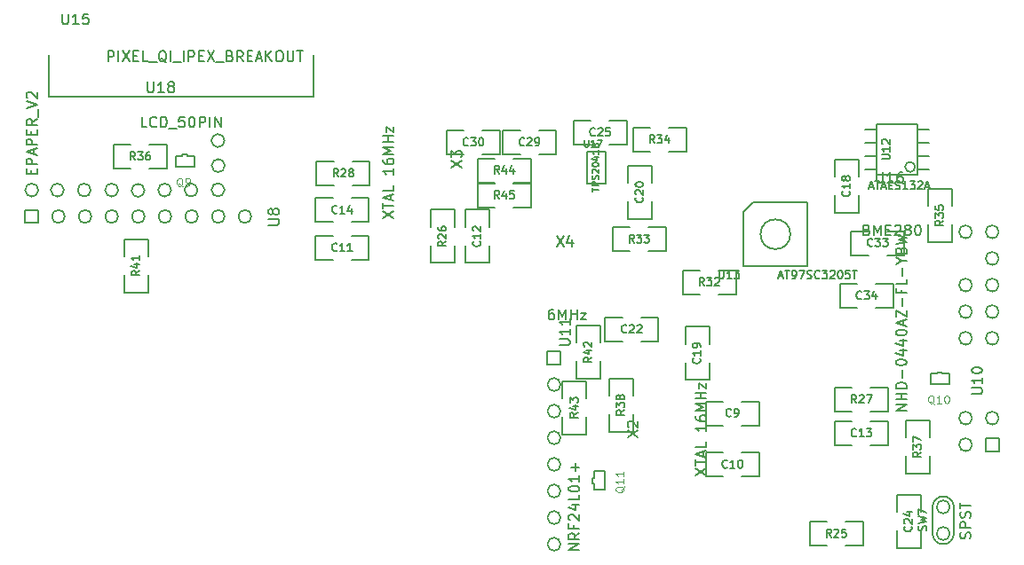
<source format=gto>
G04 (created by PCBNEW (2013-may-18)-stable) date Sat Feb 17 15:52:48 2018*
%MOIN*%
G04 Gerber Fmt 3.4, Leading zero omitted, Abs format*
%FSLAX34Y34*%
G01*
G70*
G90*
G04 APERTURE LIST*
%ADD10C,0.00590551*%
%ADD11C,0.005*%
%ADD12C,0.006*%
%ADD13C,0.0039*%
%ADD14C,0.0059*%
G04 APERTURE END LIST*
G54D10*
G54D11*
X106876Y-61685D02*
X106876Y-62685D01*
X106076Y-61685D02*
X106076Y-62685D01*
X106876Y-61685D02*
G75*
G03X106476Y-61285I-400J0D01*
G74*
G01*
X106476Y-61285D02*
G75*
G03X106076Y-61685I0J-400D01*
G74*
G01*
X106476Y-63085D02*
G75*
G03X106876Y-62685I0J400D01*
G74*
G01*
X106076Y-62685D02*
G75*
G03X106476Y-63085I400J0D01*
G74*
G01*
X106258Y-56670D02*
X106008Y-56670D01*
X106008Y-56670D02*
X106008Y-57070D01*
X106708Y-57070D02*
X106708Y-56670D01*
X106708Y-56670D02*
X106458Y-56670D01*
X106258Y-56620D02*
X106258Y-56670D01*
X106458Y-56670D02*
X106458Y-56620D01*
X106008Y-57070D02*
X106708Y-57070D01*
X106458Y-56620D02*
X106258Y-56620D01*
X77911Y-48500D02*
X77661Y-48500D01*
X77661Y-48500D02*
X77661Y-48900D01*
X78361Y-48900D02*
X78361Y-48500D01*
X78361Y-48500D02*
X78111Y-48500D01*
X77911Y-48450D02*
X77911Y-48500D01*
X78111Y-48500D02*
X78111Y-48450D01*
X77661Y-48900D02*
X78361Y-48900D01*
X78111Y-48450D02*
X77911Y-48450D01*
X93362Y-60788D02*
X93362Y-61038D01*
X93362Y-61038D02*
X93762Y-61038D01*
X93762Y-60338D02*
X93362Y-60338D01*
X93362Y-60338D02*
X93362Y-60588D01*
X93312Y-60788D02*
X93362Y-60788D01*
X93362Y-60588D02*
X93312Y-60588D01*
X93762Y-61038D02*
X93762Y-60338D01*
X93312Y-60588D02*
X93312Y-60788D01*
X93094Y-48317D02*
X93794Y-48317D01*
X93794Y-48317D02*
X93794Y-49517D01*
X93794Y-49517D02*
X93094Y-49517D01*
X93094Y-49517D02*
X93094Y-48317D01*
X103964Y-49198D02*
X105524Y-49198D01*
X105524Y-49198D02*
X105524Y-47298D01*
X105524Y-47298D02*
X103964Y-47298D01*
X103964Y-47298D02*
X103964Y-49198D01*
X103964Y-48998D02*
X103534Y-48998D01*
X103964Y-48498D02*
X103534Y-48498D01*
X103964Y-47998D02*
X103534Y-47998D01*
X103534Y-47498D02*
X103964Y-47498D01*
X105524Y-47498D02*
X105954Y-47498D01*
X105954Y-47998D02*
X105524Y-47998D01*
X105954Y-48498D02*
X105524Y-48498D01*
X105954Y-48998D02*
X105524Y-48998D01*
X105420Y-48908D02*
G75*
G03X105420Y-48908I-186J0D01*
G74*
G01*
X75338Y-48073D02*
X75338Y-48973D01*
X75338Y-48973D02*
X75988Y-48973D01*
X76688Y-48073D02*
X77338Y-48073D01*
X77338Y-48073D02*
X77338Y-48973D01*
X77338Y-48973D02*
X76688Y-48973D01*
X75988Y-48073D02*
X75338Y-48073D01*
X105627Y-61224D02*
X104727Y-61224D01*
X104727Y-61224D02*
X104727Y-61874D01*
X105627Y-62574D02*
X105627Y-63224D01*
X105627Y-63224D02*
X104727Y-63224D01*
X104727Y-63224D02*
X104727Y-62574D01*
X105627Y-61874D02*
X105627Y-61224D01*
X105981Y-58429D02*
X105081Y-58429D01*
X105081Y-58429D02*
X105081Y-59079D01*
X105981Y-59779D02*
X105981Y-60429D01*
X105981Y-60429D02*
X105081Y-60429D01*
X105081Y-60429D02*
X105081Y-59779D01*
X105981Y-59079D02*
X105981Y-58429D01*
X103304Y-48625D02*
X102404Y-48625D01*
X102404Y-48625D02*
X102404Y-49275D01*
X103304Y-49975D02*
X103304Y-50625D01*
X103304Y-50625D02*
X102404Y-50625D01*
X102404Y-50625D02*
X102404Y-49975D01*
X103304Y-49275D02*
X103304Y-48625D01*
X93939Y-58854D02*
X94839Y-58854D01*
X94839Y-58854D02*
X94839Y-58204D01*
X93939Y-57504D02*
X93939Y-56854D01*
X93939Y-56854D02*
X94839Y-56854D01*
X94839Y-56854D02*
X94839Y-57504D01*
X93939Y-58204D02*
X93939Y-58854D01*
X105908Y-51728D02*
X106808Y-51728D01*
X106808Y-51728D02*
X106808Y-51078D01*
X105908Y-50378D02*
X105908Y-49728D01*
X105908Y-49728D02*
X106808Y-49728D01*
X106808Y-49728D02*
X106808Y-50378D01*
X105908Y-51078D02*
X105908Y-51728D01*
X93783Y-54569D02*
X93783Y-55469D01*
X93783Y-55469D02*
X94433Y-55469D01*
X95133Y-54569D02*
X95783Y-54569D01*
X95783Y-54569D02*
X95783Y-55469D01*
X95783Y-55469D02*
X95133Y-55469D01*
X94433Y-54569D02*
X93783Y-54569D01*
X84917Y-50981D02*
X84917Y-50081D01*
X84917Y-50081D02*
X84267Y-50081D01*
X83567Y-50981D02*
X82917Y-50981D01*
X82917Y-50981D02*
X82917Y-50081D01*
X82917Y-50081D02*
X83567Y-50081D01*
X84267Y-50981D02*
X84917Y-50981D01*
X88146Y-50515D02*
X87246Y-50515D01*
X87246Y-50515D02*
X87246Y-51165D01*
X88146Y-51865D02*
X88146Y-52515D01*
X88146Y-52515D02*
X87246Y-52515D01*
X87246Y-52515D02*
X87246Y-51865D01*
X88146Y-51165D02*
X88146Y-50515D01*
X84917Y-52398D02*
X84917Y-51498D01*
X84917Y-51498D02*
X84267Y-51498D01*
X83567Y-52398D02*
X82917Y-52398D01*
X82917Y-52398D02*
X82917Y-51498D01*
X82917Y-51498D02*
X83567Y-51498D01*
X84267Y-52398D02*
X84917Y-52398D01*
X89446Y-50515D02*
X88546Y-50515D01*
X88546Y-50515D02*
X88546Y-51165D01*
X89446Y-51865D02*
X89446Y-52515D01*
X89446Y-52515D02*
X88546Y-52515D01*
X88546Y-52515D02*
X88546Y-51865D01*
X89446Y-51165D02*
X89446Y-50515D01*
X104405Y-59367D02*
X104405Y-58467D01*
X104405Y-58467D02*
X103755Y-58467D01*
X103055Y-59367D02*
X102405Y-59367D01*
X102405Y-59367D02*
X102405Y-58467D01*
X102405Y-58467D02*
X103055Y-58467D01*
X103755Y-59367D02*
X104405Y-59367D01*
X103460Y-63146D02*
X103460Y-62246D01*
X103460Y-62246D02*
X102810Y-62246D01*
X102110Y-63146D02*
X101460Y-63146D01*
X101460Y-63146D02*
X101460Y-62246D01*
X101460Y-62246D02*
X102110Y-62246D01*
X102810Y-63146D02*
X103460Y-63146D01*
X97562Y-57719D02*
X97562Y-58619D01*
X97562Y-58619D02*
X98212Y-58619D01*
X98912Y-57719D02*
X99562Y-57719D01*
X99562Y-57719D02*
X99562Y-58619D01*
X99562Y-58619D02*
X98912Y-58619D01*
X98212Y-57719D02*
X97562Y-57719D01*
X97562Y-59648D02*
X97562Y-60548D01*
X97562Y-60548D02*
X98212Y-60548D01*
X98912Y-59648D02*
X99562Y-59648D01*
X99562Y-59648D02*
X99562Y-60548D01*
X99562Y-60548D02*
X98912Y-60548D01*
X98212Y-59648D02*
X97562Y-59648D01*
X82956Y-48703D02*
X82956Y-49603D01*
X82956Y-49603D02*
X83606Y-49603D01*
X84306Y-48703D02*
X84956Y-48703D01*
X84956Y-48703D02*
X84956Y-49603D01*
X84956Y-49603D02*
X84306Y-49603D01*
X83606Y-48703D02*
X82956Y-48703D01*
X104405Y-58107D02*
X104405Y-57207D01*
X104405Y-57207D02*
X103755Y-57207D01*
X103055Y-58107D02*
X102405Y-58107D01*
X102405Y-58107D02*
X102405Y-57207D01*
X102405Y-57207D02*
X103055Y-57207D01*
X103755Y-58107D02*
X104405Y-58107D01*
X94648Y-50862D02*
X95548Y-50862D01*
X95548Y-50862D02*
X95548Y-50212D01*
X94648Y-49512D02*
X94648Y-48862D01*
X94648Y-48862D02*
X95548Y-48862D01*
X95548Y-48862D02*
X95548Y-49512D01*
X94648Y-50212D02*
X94648Y-50862D01*
X96059Y-52083D02*
X96059Y-51183D01*
X96059Y-51183D02*
X95409Y-51183D01*
X94709Y-52083D02*
X94059Y-52083D01*
X94059Y-52083D02*
X94059Y-51183D01*
X94059Y-51183D02*
X94709Y-51183D01*
X95409Y-52083D02*
X96059Y-52083D01*
G54D12*
X99352Y-50237D02*
X101002Y-50237D01*
X101002Y-50237D02*
X101377Y-50237D01*
X101377Y-50237D02*
X101377Y-52637D01*
X101377Y-52637D02*
X98977Y-52637D01*
X98977Y-52637D02*
X98977Y-50612D01*
X98977Y-50612D02*
X99352Y-50237D01*
G54D10*
X78955Y-46254D02*
X82845Y-46254D01*
X78945Y-46254D02*
X72905Y-46254D01*
X72905Y-46254D02*
X72905Y-44694D01*
X82845Y-44704D02*
X82845Y-46224D01*
G54D11*
X93087Y-56952D02*
X92187Y-56952D01*
X92187Y-56952D02*
X92187Y-57602D01*
X93087Y-58302D02*
X93087Y-58952D01*
X93087Y-58952D02*
X92187Y-58952D01*
X92187Y-58952D02*
X92187Y-58302D01*
X93087Y-57602D02*
X93087Y-56952D01*
X75731Y-53618D02*
X76631Y-53618D01*
X76631Y-53618D02*
X76631Y-52968D01*
X75731Y-52268D02*
X75731Y-51618D01*
X75731Y-51618D02*
X76631Y-51618D01*
X76631Y-51618D02*
X76631Y-52268D01*
X75731Y-52968D02*
X75731Y-53618D01*
X104602Y-54209D02*
X104602Y-53309D01*
X104602Y-53309D02*
X103952Y-53309D01*
X103252Y-54209D02*
X102602Y-54209D01*
X102602Y-54209D02*
X102602Y-53309D01*
X102602Y-53309D02*
X103252Y-53309D01*
X103952Y-54209D02*
X104602Y-54209D01*
X105015Y-52221D02*
X105015Y-51321D01*
X105015Y-51321D02*
X104365Y-51321D01*
X103665Y-52221D02*
X103015Y-52221D01*
X103015Y-52221D02*
X103015Y-51321D01*
X103015Y-51321D02*
X103665Y-51321D01*
X104365Y-52221D02*
X105015Y-52221D01*
X87838Y-47542D02*
X87838Y-48442D01*
X87838Y-48442D02*
X88488Y-48442D01*
X89188Y-47542D02*
X89838Y-47542D01*
X89838Y-47542D02*
X89838Y-48442D01*
X89838Y-48442D02*
X89188Y-48442D01*
X88488Y-47542D02*
X87838Y-47542D01*
X91944Y-48442D02*
X91944Y-47542D01*
X91944Y-47542D02*
X91294Y-47542D01*
X90594Y-48442D02*
X89944Y-48442D01*
X89944Y-48442D02*
X89944Y-47542D01*
X89944Y-47542D02*
X90594Y-47542D01*
X91294Y-48442D02*
X91944Y-48442D01*
X92602Y-47168D02*
X92602Y-48068D01*
X92602Y-48068D02*
X93252Y-48068D01*
X93952Y-47168D02*
X94602Y-47168D01*
X94602Y-47168D02*
X94602Y-48068D01*
X94602Y-48068D02*
X93952Y-48068D01*
X93252Y-47168D02*
X92602Y-47168D01*
X91000Y-50430D02*
X91000Y-49530D01*
X91000Y-49530D02*
X90350Y-49530D01*
X89650Y-50430D02*
X89000Y-50430D01*
X89000Y-50430D02*
X89000Y-49530D01*
X89000Y-49530D02*
X89650Y-49530D01*
X90350Y-50430D02*
X91000Y-50430D01*
X91000Y-49485D02*
X91000Y-48585D01*
X91000Y-48585D02*
X90350Y-48585D01*
X89650Y-49485D02*
X89000Y-49485D01*
X89000Y-49485D02*
X89000Y-48585D01*
X89000Y-48585D02*
X89650Y-48585D01*
X90350Y-49485D02*
X91000Y-49485D01*
X93619Y-54866D02*
X92719Y-54866D01*
X92719Y-54866D02*
X92719Y-55516D01*
X93619Y-56216D02*
X93619Y-56866D01*
X93619Y-56866D02*
X92719Y-56866D01*
X92719Y-56866D02*
X92719Y-56216D01*
X93619Y-55516D02*
X93619Y-54866D01*
X94826Y-47443D02*
X94826Y-48343D01*
X94826Y-48343D02*
X95476Y-48343D01*
X96176Y-47443D02*
X96826Y-47443D01*
X96826Y-47443D02*
X96826Y-48343D01*
X96826Y-48343D02*
X96176Y-48343D01*
X95476Y-47443D02*
X94826Y-47443D01*
X96794Y-56905D02*
X97694Y-56905D01*
X97694Y-56905D02*
X97694Y-56255D01*
X96794Y-55555D02*
X96794Y-54905D01*
X96794Y-54905D02*
X97694Y-54905D01*
X97694Y-54905D02*
X97694Y-55555D01*
X96794Y-56255D02*
X96794Y-56905D01*
X98696Y-53698D02*
X98696Y-52798D01*
X98696Y-52798D02*
X98046Y-52798D01*
X97346Y-53698D02*
X96696Y-53698D01*
X96696Y-53698D02*
X96696Y-52798D01*
X96696Y-52798D02*
X97346Y-52798D01*
X98046Y-53698D02*
X98696Y-53698D01*
G54D10*
X106721Y-62685D02*
G75*
G03X106721Y-62685I-245J0D01*
G74*
G01*
X106721Y-61685D02*
G75*
G03X106721Y-61685I-245J0D01*
G74*
G01*
X108069Y-59100D02*
X108069Y-59591D01*
X108560Y-59591D01*
X108560Y-59100D01*
X108069Y-59100D01*
X107560Y-59346D02*
G75*
G03X107560Y-59346I-245J0D01*
G74*
G01*
X108560Y-58346D02*
G75*
G03X108560Y-58346I-245J0D01*
G74*
G01*
X107560Y-58346D02*
G75*
G03X107560Y-58346I-245J0D01*
G74*
G01*
X108560Y-55346D02*
G75*
G03X108560Y-55346I-245J0D01*
G74*
G01*
X107560Y-55346D02*
G75*
G03X107560Y-55346I-245J0D01*
G74*
G01*
X108560Y-54346D02*
G75*
G03X108560Y-54346I-245J0D01*
G74*
G01*
X107560Y-54346D02*
G75*
G03X107560Y-54346I-245J0D01*
G74*
G01*
X108560Y-53346D02*
G75*
G03X108560Y-53346I-245J0D01*
G74*
G01*
X107560Y-53346D02*
G75*
G03X107560Y-53346I-245J0D01*
G74*
G01*
X108560Y-52346D02*
G75*
G03X108560Y-52346I-245J0D01*
G74*
G01*
X108560Y-51346D02*
G75*
G03X108560Y-51346I-245J0D01*
G74*
G01*
X107560Y-51346D02*
G75*
G03X107560Y-51346I-245J0D01*
G74*
G01*
X91624Y-55841D02*
X91624Y-56332D01*
X92115Y-56332D01*
X92115Y-55841D01*
X91624Y-55841D01*
X92115Y-57086D02*
G75*
G03X92115Y-57086I-245J0D01*
G74*
G01*
X92115Y-58086D02*
G75*
G03X92115Y-58086I-245J0D01*
G74*
G01*
X92115Y-59086D02*
G75*
G03X92115Y-59086I-245J0D01*
G74*
G01*
X92115Y-60086D02*
G75*
G03X92115Y-60086I-245J0D01*
G74*
G01*
X92115Y-61086D02*
G75*
G03X92115Y-61086I-245J0D01*
G74*
G01*
X92115Y-62086D02*
G75*
G03X92115Y-62086I-245J0D01*
G74*
G01*
X92115Y-63086D02*
G75*
G03X92115Y-63086I-245J0D01*
G74*
G01*
X100738Y-51437D02*
G75*
G03X100738Y-51437I-560J0D01*
G74*
G01*
X72020Y-50524D02*
X72020Y-51015D01*
X72511Y-51015D01*
X72511Y-50524D01*
X72020Y-50524D01*
X73511Y-50769D02*
G75*
G03X73511Y-50769I-245J0D01*
G74*
G01*
X74511Y-50769D02*
G75*
G03X74511Y-50769I-245J0D01*
G74*
G01*
X75511Y-50769D02*
G75*
G03X75511Y-50769I-245J0D01*
G74*
G01*
X76511Y-50769D02*
G75*
G03X76511Y-50769I-245J0D01*
G74*
G01*
X77511Y-50769D02*
G75*
G03X77511Y-50769I-245J0D01*
G74*
G01*
X78511Y-50769D02*
G75*
G03X78511Y-50769I-245J0D01*
G74*
G01*
X79511Y-50769D02*
G75*
G03X79511Y-50769I-245J0D01*
G74*
G01*
X80511Y-50769D02*
G75*
G03X80511Y-50769I-245J0D01*
G74*
G01*
X79501Y-49767D02*
G75*
G03X79501Y-49767I-245J0D01*
G74*
G01*
X79511Y-48857D02*
G75*
G03X79511Y-48857I-245J0D01*
G74*
G01*
X79501Y-47917D02*
G75*
G03X79501Y-47917I-245J0D01*
G74*
G01*
X72511Y-49775D02*
G75*
G03X72511Y-49775I-245J0D01*
G74*
G01*
X73471Y-49775D02*
G75*
G03X73471Y-49775I-245J0D01*
G74*
G01*
X74481Y-49775D02*
G75*
G03X74481Y-49775I-245J0D01*
G74*
G01*
X75511Y-49775D02*
G75*
G03X75511Y-49775I-245J0D01*
G74*
G01*
X76501Y-49787D02*
G75*
G03X76501Y-49787I-245J0D01*
G74*
G01*
X77501Y-49775D02*
G75*
G03X77501Y-49775I-245J0D01*
G74*
G01*
X78491Y-49775D02*
G75*
G03X78491Y-49775I-245J0D01*
G74*
G01*
X91964Y-51497D02*
X92227Y-51891D01*
X92227Y-51497D02*
X91964Y-51891D01*
X92545Y-51628D02*
X92545Y-51891D01*
X92452Y-51478D02*
X92358Y-51759D01*
X92602Y-51759D01*
X91846Y-54253D02*
X91771Y-54253D01*
X91734Y-54272D01*
X91715Y-54291D01*
X91677Y-54347D01*
X91659Y-54422D01*
X91659Y-54572D01*
X91677Y-54610D01*
X91696Y-54628D01*
X91734Y-54647D01*
X91809Y-54647D01*
X91846Y-54628D01*
X91865Y-54610D01*
X91884Y-54572D01*
X91884Y-54478D01*
X91865Y-54441D01*
X91846Y-54422D01*
X91809Y-54403D01*
X91734Y-54403D01*
X91696Y-54422D01*
X91677Y-54441D01*
X91659Y-54478D01*
X92052Y-54647D02*
X92052Y-54253D01*
X92184Y-54535D01*
X92315Y-54253D01*
X92315Y-54647D01*
X92502Y-54647D02*
X92502Y-54253D01*
X92502Y-54441D02*
X92727Y-54441D01*
X92727Y-54647D02*
X92727Y-54253D01*
X92877Y-54385D02*
X93083Y-54385D01*
X92877Y-54647D01*
X93083Y-54647D01*
X94627Y-59078D02*
X95020Y-58816D01*
X94627Y-58816D02*
X95020Y-59078D01*
X94664Y-58684D02*
X94645Y-58666D01*
X94627Y-58628D01*
X94627Y-58534D01*
X94645Y-58497D01*
X94664Y-58478D01*
X94702Y-58459D01*
X94739Y-58459D01*
X94795Y-58478D01*
X95020Y-58703D01*
X95020Y-58459D01*
X97187Y-60484D02*
X97580Y-60222D01*
X97187Y-60222D02*
X97580Y-60484D01*
X97187Y-60128D02*
X97187Y-59903D01*
X97580Y-60015D02*
X97187Y-60015D01*
X97468Y-59790D02*
X97468Y-59603D01*
X97580Y-59828D02*
X97187Y-59697D01*
X97580Y-59565D01*
X97580Y-59247D02*
X97580Y-59434D01*
X97187Y-59434D01*
X97580Y-58609D02*
X97580Y-58834D01*
X97580Y-58722D02*
X97187Y-58722D01*
X97243Y-58759D01*
X97280Y-58797D01*
X97299Y-58834D01*
X97187Y-58272D02*
X97187Y-58347D01*
X97205Y-58384D01*
X97224Y-58403D01*
X97280Y-58441D01*
X97355Y-58459D01*
X97505Y-58459D01*
X97543Y-58441D01*
X97562Y-58422D01*
X97580Y-58384D01*
X97580Y-58309D01*
X97562Y-58272D01*
X97543Y-58253D01*
X97505Y-58234D01*
X97412Y-58234D01*
X97374Y-58253D01*
X97355Y-58272D01*
X97337Y-58309D01*
X97337Y-58384D01*
X97355Y-58422D01*
X97374Y-58441D01*
X97412Y-58459D01*
X97580Y-58066D02*
X97187Y-58066D01*
X97468Y-57934D01*
X97187Y-57803D01*
X97580Y-57803D01*
X97580Y-57616D02*
X97187Y-57616D01*
X97374Y-57616D02*
X97374Y-57391D01*
X97580Y-57391D02*
X97187Y-57391D01*
X97318Y-57241D02*
X97318Y-57035D01*
X97580Y-57241D01*
X97580Y-57035D01*
X88014Y-48921D02*
X88408Y-48658D01*
X88014Y-48658D02*
X88408Y-48921D01*
X88014Y-48546D02*
X88014Y-48302D01*
X88164Y-48433D01*
X88164Y-48377D01*
X88183Y-48339D01*
X88201Y-48321D01*
X88239Y-48302D01*
X88333Y-48302D01*
X88370Y-48321D01*
X88389Y-48339D01*
X88408Y-48377D01*
X88408Y-48489D01*
X88389Y-48527D01*
X88370Y-48546D01*
X85454Y-50838D02*
X85848Y-50576D01*
X85454Y-50576D02*
X85848Y-50838D01*
X85454Y-50482D02*
X85454Y-50257D01*
X85848Y-50370D02*
X85454Y-50370D01*
X85735Y-50145D02*
X85735Y-49957D01*
X85848Y-50182D02*
X85454Y-50051D01*
X85848Y-49920D01*
X85848Y-49601D02*
X85848Y-49789D01*
X85454Y-49789D01*
X85848Y-48964D02*
X85848Y-49189D01*
X85848Y-49076D02*
X85454Y-49076D01*
X85510Y-49114D01*
X85548Y-49151D01*
X85567Y-49189D01*
X85454Y-48626D02*
X85454Y-48701D01*
X85473Y-48739D01*
X85492Y-48757D01*
X85548Y-48795D01*
X85623Y-48814D01*
X85773Y-48814D01*
X85810Y-48795D01*
X85829Y-48776D01*
X85848Y-48739D01*
X85848Y-48664D01*
X85829Y-48626D01*
X85810Y-48607D01*
X85773Y-48589D01*
X85679Y-48589D01*
X85642Y-48607D01*
X85623Y-48626D01*
X85604Y-48664D01*
X85604Y-48739D01*
X85623Y-48776D01*
X85642Y-48795D01*
X85679Y-48814D01*
X85848Y-48420D02*
X85454Y-48420D01*
X85735Y-48289D01*
X85454Y-48158D01*
X85848Y-48158D01*
X85848Y-47970D02*
X85454Y-47970D01*
X85642Y-47970D02*
X85642Y-47745D01*
X85848Y-47745D02*
X85454Y-47745D01*
X85585Y-47595D02*
X85585Y-47389D01*
X85848Y-47595D01*
X85848Y-47389D01*
G54D12*
X105827Y-62573D02*
X105841Y-62530D01*
X105841Y-62458D01*
X105827Y-62430D01*
X105813Y-62415D01*
X105784Y-62401D01*
X105756Y-62401D01*
X105727Y-62415D01*
X105713Y-62430D01*
X105698Y-62458D01*
X105684Y-62515D01*
X105670Y-62544D01*
X105656Y-62558D01*
X105627Y-62573D01*
X105598Y-62573D01*
X105570Y-62558D01*
X105556Y-62544D01*
X105541Y-62515D01*
X105541Y-62444D01*
X105556Y-62401D01*
X105541Y-62301D02*
X105841Y-62230D01*
X105627Y-62173D01*
X105841Y-62115D01*
X105541Y-62044D01*
X105541Y-61958D02*
X105541Y-61758D01*
X105841Y-61887D01*
X107489Y-62870D02*
X107508Y-62813D01*
X107508Y-62717D01*
X107489Y-62679D01*
X107470Y-62660D01*
X107432Y-62641D01*
X107393Y-62641D01*
X107355Y-62660D01*
X107336Y-62679D01*
X107317Y-62717D01*
X107298Y-62793D01*
X107279Y-62832D01*
X107260Y-62851D01*
X107222Y-62870D01*
X107184Y-62870D01*
X107146Y-62851D01*
X107127Y-62832D01*
X107108Y-62793D01*
X107108Y-62698D01*
X107127Y-62641D01*
X107508Y-62470D02*
X107108Y-62470D01*
X107108Y-62317D01*
X107127Y-62279D01*
X107146Y-62260D01*
X107184Y-62241D01*
X107241Y-62241D01*
X107279Y-62260D01*
X107298Y-62279D01*
X107317Y-62317D01*
X107317Y-62470D01*
X107489Y-62089D02*
X107508Y-62032D01*
X107508Y-61936D01*
X107489Y-61898D01*
X107470Y-61879D01*
X107432Y-61860D01*
X107393Y-61860D01*
X107355Y-61879D01*
X107336Y-61898D01*
X107317Y-61936D01*
X107298Y-62013D01*
X107279Y-62051D01*
X107260Y-62070D01*
X107222Y-62089D01*
X107184Y-62089D01*
X107146Y-62070D01*
X107127Y-62051D01*
X107108Y-62013D01*
X107108Y-61917D01*
X107127Y-61860D01*
X107108Y-61746D02*
X107108Y-61517D01*
X107508Y-61632D02*
X107108Y-61632D01*
G54D13*
X106136Y-57820D02*
X106108Y-57805D01*
X106079Y-57777D01*
X106036Y-57734D01*
X106008Y-57720D01*
X105979Y-57720D01*
X105993Y-57791D02*
X105965Y-57777D01*
X105936Y-57748D01*
X105922Y-57691D01*
X105922Y-57591D01*
X105936Y-57534D01*
X105965Y-57505D01*
X105993Y-57491D01*
X106051Y-57491D01*
X106079Y-57505D01*
X106108Y-57534D01*
X106122Y-57591D01*
X106122Y-57691D01*
X106108Y-57748D01*
X106079Y-57777D01*
X106051Y-57791D01*
X105993Y-57791D01*
X106408Y-57791D02*
X106236Y-57791D01*
X106322Y-57791D02*
X106322Y-57491D01*
X106293Y-57534D01*
X106265Y-57562D01*
X106236Y-57577D01*
X106593Y-57491D02*
X106622Y-57491D01*
X106651Y-57505D01*
X106665Y-57520D01*
X106679Y-57548D01*
X106693Y-57605D01*
X106693Y-57677D01*
X106679Y-57734D01*
X106665Y-57762D01*
X106651Y-57777D01*
X106622Y-57791D01*
X106593Y-57791D01*
X106565Y-57777D01*
X106551Y-57762D01*
X106536Y-57734D01*
X106522Y-57677D01*
X106522Y-57605D01*
X106536Y-57548D01*
X106551Y-57520D01*
X106565Y-57505D01*
X106593Y-57491D01*
X77933Y-49650D02*
X77904Y-49636D01*
X77876Y-49607D01*
X77833Y-49565D01*
X77804Y-49550D01*
X77776Y-49550D01*
X77790Y-49622D02*
X77761Y-49607D01*
X77733Y-49579D01*
X77718Y-49522D01*
X77718Y-49422D01*
X77733Y-49365D01*
X77761Y-49336D01*
X77790Y-49322D01*
X77847Y-49322D01*
X77876Y-49336D01*
X77904Y-49365D01*
X77918Y-49422D01*
X77918Y-49522D01*
X77904Y-49579D01*
X77876Y-49607D01*
X77847Y-49622D01*
X77790Y-49622D01*
X78061Y-49622D02*
X78118Y-49622D01*
X78147Y-49607D01*
X78161Y-49593D01*
X78190Y-49550D01*
X78204Y-49493D01*
X78204Y-49379D01*
X78190Y-49350D01*
X78176Y-49336D01*
X78147Y-49322D01*
X78090Y-49322D01*
X78061Y-49336D01*
X78047Y-49350D01*
X78033Y-49379D01*
X78033Y-49450D01*
X78047Y-49479D01*
X78061Y-49493D01*
X78090Y-49507D01*
X78147Y-49507D01*
X78176Y-49493D01*
X78190Y-49479D01*
X78204Y-49450D01*
X94512Y-60910D02*
X94498Y-60938D01*
X94470Y-60967D01*
X94427Y-61010D01*
X94412Y-61038D01*
X94412Y-61067D01*
X94484Y-61053D02*
X94470Y-61081D01*
X94441Y-61110D01*
X94384Y-61124D01*
X94284Y-61124D01*
X94227Y-61110D01*
X94198Y-61081D01*
X94184Y-61053D01*
X94184Y-60996D01*
X94198Y-60967D01*
X94227Y-60938D01*
X94284Y-60924D01*
X94384Y-60924D01*
X94441Y-60938D01*
X94470Y-60967D01*
X94484Y-60996D01*
X94484Y-61053D01*
X94484Y-60638D02*
X94484Y-60810D01*
X94484Y-60724D02*
X94184Y-60724D01*
X94227Y-60753D01*
X94255Y-60781D01*
X94270Y-60810D01*
X94484Y-60353D02*
X94484Y-60524D01*
X94484Y-60438D02*
X94184Y-60438D01*
X94227Y-60467D01*
X94255Y-60496D01*
X94270Y-60524D01*
G54D11*
X93017Y-47902D02*
X93017Y-48104D01*
X93029Y-48128D01*
X93041Y-48140D01*
X93064Y-48152D01*
X93112Y-48152D01*
X93136Y-48140D01*
X93148Y-48128D01*
X93160Y-48104D01*
X93160Y-47902D01*
X93410Y-48152D02*
X93267Y-48152D01*
X93338Y-48152D02*
X93338Y-47902D01*
X93314Y-47938D01*
X93291Y-47962D01*
X93267Y-47973D01*
X93493Y-47902D02*
X93660Y-47902D01*
X93553Y-48152D01*
X93296Y-49833D02*
X93296Y-49691D01*
X93546Y-49762D02*
X93296Y-49762D01*
X93546Y-49607D02*
X93296Y-49607D01*
X93296Y-49512D01*
X93307Y-49488D01*
X93319Y-49476D01*
X93343Y-49464D01*
X93379Y-49464D01*
X93403Y-49476D01*
X93415Y-49488D01*
X93427Y-49512D01*
X93427Y-49607D01*
X93534Y-49369D02*
X93546Y-49333D01*
X93546Y-49274D01*
X93534Y-49250D01*
X93522Y-49238D01*
X93498Y-49226D01*
X93474Y-49226D01*
X93450Y-49238D01*
X93438Y-49250D01*
X93427Y-49274D01*
X93415Y-49322D01*
X93403Y-49345D01*
X93391Y-49357D01*
X93367Y-49369D01*
X93343Y-49369D01*
X93319Y-49357D01*
X93307Y-49345D01*
X93296Y-49322D01*
X93296Y-49262D01*
X93307Y-49226D01*
X93319Y-49131D02*
X93307Y-49119D01*
X93296Y-49095D01*
X93296Y-49036D01*
X93307Y-49012D01*
X93319Y-49000D01*
X93343Y-48988D01*
X93367Y-48988D01*
X93403Y-49000D01*
X93546Y-49143D01*
X93546Y-48988D01*
X93296Y-48833D02*
X93296Y-48810D01*
X93307Y-48786D01*
X93319Y-48774D01*
X93343Y-48762D01*
X93391Y-48750D01*
X93450Y-48750D01*
X93498Y-48762D01*
X93522Y-48774D01*
X93534Y-48786D01*
X93546Y-48810D01*
X93546Y-48833D01*
X93534Y-48857D01*
X93522Y-48869D01*
X93498Y-48881D01*
X93450Y-48893D01*
X93391Y-48893D01*
X93343Y-48881D01*
X93319Y-48869D01*
X93307Y-48857D01*
X93296Y-48833D01*
X93379Y-48536D02*
X93546Y-48536D01*
X93284Y-48595D02*
X93462Y-48655D01*
X93462Y-48500D01*
X93546Y-48274D02*
X93546Y-48417D01*
X93546Y-48345D02*
X93296Y-48345D01*
X93331Y-48369D01*
X93355Y-48393D01*
X93367Y-48417D01*
X93415Y-48083D02*
X93427Y-48048D01*
X93438Y-48036D01*
X93462Y-48024D01*
X93498Y-48024D01*
X93522Y-48036D01*
X93534Y-48048D01*
X93546Y-48072D01*
X93546Y-48167D01*
X93296Y-48167D01*
X93296Y-48083D01*
X93307Y-48060D01*
X93319Y-48048D01*
X93343Y-48036D01*
X93367Y-48036D01*
X93391Y-48048D01*
X93403Y-48060D01*
X93415Y-48083D01*
X93415Y-48167D01*
G54D14*
X104168Y-48613D02*
X104407Y-48613D01*
X104435Y-48599D01*
X104449Y-48585D01*
X104463Y-48557D01*
X104463Y-48500D01*
X104449Y-48472D01*
X104435Y-48458D01*
X104407Y-48444D01*
X104168Y-48444D01*
X104463Y-48149D02*
X104463Y-48318D01*
X104463Y-48233D02*
X104168Y-48233D01*
X104210Y-48262D01*
X104238Y-48290D01*
X104252Y-48318D01*
X104196Y-48037D02*
X104182Y-48023D01*
X104168Y-47995D01*
X104168Y-47924D01*
X104182Y-47896D01*
X104196Y-47882D01*
X104224Y-47868D01*
X104252Y-47868D01*
X104294Y-47882D01*
X104463Y-48051D01*
X104463Y-47868D01*
X103692Y-49661D02*
X103832Y-49661D01*
X103663Y-49745D02*
X103762Y-49450D01*
X103860Y-49745D01*
X103916Y-49450D02*
X104085Y-49450D01*
X104001Y-49745D02*
X104001Y-49450D01*
X104169Y-49661D02*
X104310Y-49661D01*
X104141Y-49745D02*
X104239Y-49450D01*
X104338Y-49745D01*
X104436Y-49590D02*
X104534Y-49590D01*
X104577Y-49745D02*
X104436Y-49745D01*
X104436Y-49450D01*
X104577Y-49450D01*
X104689Y-49731D02*
X104731Y-49745D01*
X104801Y-49745D01*
X104829Y-49731D01*
X104843Y-49717D01*
X104857Y-49689D01*
X104857Y-49661D01*
X104843Y-49633D01*
X104829Y-49618D01*
X104801Y-49604D01*
X104745Y-49590D01*
X104717Y-49576D01*
X104703Y-49562D01*
X104689Y-49534D01*
X104689Y-49506D01*
X104703Y-49478D01*
X104717Y-49464D01*
X104745Y-49450D01*
X104815Y-49450D01*
X104857Y-49464D01*
X105138Y-49745D02*
X104970Y-49745D01*
X105054Y-49745D02*
X105054Y-49450D01*
X105026Y-49492D01*
X104998Y-49520D01*
X104970Y-49534D01*
X105237Y-49450D02*
X105419Y-49450D01*
X105321Y-49562D01*
X105363Y-49562D01*
X105391Y-49576D01*
X105405Y-49590D01*
X105419Y-49618D01*
X105419Y-49689D01*
X105405Y-49717D01*
X105391Y-49731D01*
X105363Y-49745D01*
X105279Y-49745D01*
X105251Y-49731D01*
X105237Y-49717D01*
X105532Y-49478D02*
X105546Y-49464D01*
X105574Y-49450D01*
X105644Y-49450D01*
X105672Y-49464D01*
X105686Y-49478D01*
X105700Y-49506D01*
X105700Y-49534D01*
X105686Y-49576D01*
X105518Y-49745D01*
X105700Y-49745D01*
X105813Y-49661D02*
X105953Y-49661D01*
X105785Y-49745D02*
X105883Y-49450D01*
X105981Y-49745D01*
G54D11*
X76145Y-48645D02*
X76045Y-48502D01*
X75974Y-48645D02*
X75974Y-48345D01*
X76088Y-48345D01*
X76117Y-48359D01*
X76131Y-48373D01*
X76145Y-48402D01*
X76145Y-48445D01*
X76131Y-48473D01*
X76117Y-48487D01*
X76088Y-48502D01*
X75974Y-48502D01*
X76245Y-48345D02*
X76431Y-48345D01*
X76331Y-48459D01*
X76374Y-48459D01*
X76402Y-48473D01*
X76417Y-48487D01*
X76431Y-48516D01*
X76431Y-48587D01*
X76417Y-48616D01*
X76402Y-48630D01*
X76374Y-48645D01*
X76288Y-48645D01*
X76260Y-48630D01*
X76245Y-48616D01*
X76688Y-48345D02*
X76631Y-48345D01*
X76602Y-48359D01*
X76588Y-48373D01*
X76560Y-48416D01*
X76545Y-48473D01*
X76545Y-48587D01*
X76560Y-48616D01*
X76574Y-48630D01*
X76602Y-48645D01*
X76660Y-48645D01*
X76688Y-48630D01*
X76702Y-48616D01*
X76717Y-48587D01*
X76717Y-48516D01*
X76702Y-48487D01*
X76688Y-48473D01*
X76660Y-48459D01*
X76602Y-48459D01*
X76574Y-48473D01*
X76560Y-48487D01*
X76545Y-48516D01*
X105270Y-62417D02*
X105284Y-62431D01*
X105298Y-62474D01*
X105298Y-62502D01*
X105284Y-62545D01*
X105255Y-62574D01*
X105227Y-62588D01*
X105170Y-62602D01*
X105127Y-62602D01*
X105070Y-62588D01*
X105041Y-62574D01*
X105012Y-62545D01*
X104998Y-62502D01*
X104998Y-62474D01*
X105012Y-62431D01*
X105027Y-62417D01*
X105027Y-62302D02*
X105012Y-62288D01*
X104998Y-62260D01*
X104998Y-62188D01*
X105012Y-62160D01*
X105027Y-62145D01*
X105055Y-62131D01*
X105084Y-62131D01*
X105127Y-62145D01*
X105298Y-62317D01*
X105298Y-62131D01*
X105098Y-61874D02*
X105298Y-61874D01*
X104984Y-61945D02*
X105198Y-62017D01*
X105198Y-61831D01*
X105652Y-59621D02*
X105510Y-59721D01*
X105652Y-59793D02*
X105352Y-59793D01*
X105352Y-59679D01*
X105367Y-59650D01*
X105381Y-59636D01*
X105410Y-59621D01*
X105452Y-59621D01*
X105481Y-59636D01*
X105495Y-59650D01*
X105510Y-59679D01*
X105510Y-59793D01*
X105352Y-59521D02*
X105352Y-59336D01*
X105467Y-59436D01*
X105467Y-59393D01*
X105481Y-59364D01*
X105495Y-59350D01*
X105524Y-59336D01*
X105595Y-59336D01*
X105624Y-59350D01*
X105638Y-59364D01*
X105652Y-59393D01*
X105652Y-59479D01*
X105638Y-59507D01*
X105624Y-59521D01*
X105352Y-59236D02*
X105352Y-59036D01*
X105652Y-59164D01*
X102947Y-49818D02*
X102961Y-49833D01*
X102975Y-49875D01*
X102975Y-49904D01*
X102961Y-49947D01*
X102932Y-49975D01*
X102904Y-49990D01*
X102847Y-50004D01*
X102804Y-50004D01*
X102747Y-49990D01*
X102718Y-49975D01*
X102690Y-49947D01*
X102675Y-49904D01*
X102675Y-49875D01*
X102690Y-49833D01*
X102704Y-49818D01*
X102975Y-49533D02*
X102975Y-49704D01*
X102975Y-49618D02*
X102675Y-49618D01*
X102718Y-49647D01*
X102747Y-49675D01*
X102761Y-49704D01*
X102804Y-49361D02*
X102790Y-49390D01*
X102775Y-49404D01*
X102747Y-49418D01*
X102732Y-49418D01*
X102704Y-49404D01*
X102690Y-49390D01*
X102675Y-49361D01*
X102675Y-49304D01*
X102690Y-49275D01*
X102704Y-49261D01*
X102732Y-49247D01*
X102747Y-49247D01*
X102775Y-49261D01*
X102790Y-49275D01*
X102804Y-49304D01*
X102804Y-49361D01*
X102818Y-49390D01*
X102832Y-49404D01*
X102861Y-49418D01*
X102918Y-49418D01*
X102947Y-49404D01*
X102961Y-49390D01*
X102975Y-49361D01*
X102975Y-49304D01*
X102961Y-49275D01*
X102947Y-49261D01*
X102918Y-49247D01*
X102861Y-49247D01*
X102832Y-49261D01*
X102818Y-49275D01*
X102804Y-49304D01*
X94511Y-58047D02*
X94368Y-58147D01*
X94511Y-58218D02*
X94211Y-58218D01*
X94211Y-58104D01*
X94225Y-58075D01*
X94239Y-58061D01*
X94268Y-58047D01*
X94311Y-58047D01*
X94339Y-58061D01*
X94354Y-58075D01*
X94368Y-58104D01*
X94368Y-58218D01*
X94211Y-57947D02*
X94211Y-57761D01*
X94325Y-57861D01*
X94325Y-57818D01*
X94339Y-57790D01*
X94354Y-57775D01*
X94382Y-57761D01*
X94454Y-57761D01*
X94482Y-57775D01*
X94496Y-57790D01*
X94511Y-57818D01*
X94511Y-57904D01*
X94496Y-57932D01*
X94482Y-57947D01*
X94339Y-57590D02*
X94325Y-57618D01*
X94311Y-57632D01*
X94282Y-57647D01*
X94268Y-57647D01*
X94239Y-57632D01*
X94225Y-57618D01*
X94211Y-57590D01*
X94211Y-57532D01*
X94225Y-57504D01*
X94239Y-57490D01*
X94268Y-57475D01*
X94282Y-57475D01*
X94311Y-57490D01*
X94325Y-57504D01*
X94339Y-57532D01*
X94339Y-57590D01*
X94354Y-57618D01*
X94368Y-57632D01*
X94396Y-57647D01*
X94454Y-57647D01*
X94482Y-57632D01*
X94496Y-57618D01*
X94511Y-57590D01*
X94511Y-57532D01*
X94496Y-57504D01*
X94482Y-57490D01*
X94454Y-57475D01*
X94396Y-57475D01*
X94368Y-57490D01*
X94354Y-57504D01*
X94339Y-57532D01*
X106479Y-50921D02*
X106336Y-51021D01*
X106479Y-51092D02*
X106179Y-51092D01*
X106179Y-50978D01*
X106193Y-50949D01*
X106208Y-50935D01*
X106236Y-50921D01*
X106279Y-50921D01*
X106308Y-50935D01*
X106322Y-50949D01*
X106336Y-50978D01*
X106336Y-51092D01*
X106179Y-50821D02*
X106179Y-50635D01*
X106293Y-50735D01*
X106293Y-50692D01*
X106308Y-50664D01*
X106322Y-50649D01*
X106351Y-50635D01*
X106422Y-50635D01*
X106451Y-50649D01*
X106465Y-50664D01*
X106479Y-50692D01*
X106479Y-50778D01*
X106465Y-50806D01*
X106451Y-50821D01*
X106179Y-50364D02*
X106179Y-50506D01*
X106322Y-50521D01*
X106308Y-50506D01*
X106293Y-50478D01*
X106293Y-50406D01*
X106308Y-50378D01*
X106322Y-50364D01*
X106351Y-50349D01*
X106422Y-50349D01*
X106451Y-50364D01*
X106465Y-50378D01*
X106479Y-50406D01*
X106479Y-50478D01*
X106465Y-50506D01*
X106451Y-50521D01*
X94590Y-55112D02*
X94576Y-55126D01*
X94533Y-55141D01*
X94504Y-55141D01*
X94462Y-55126D01*
X94433Y-55098D01*
X94419Y-55069D01*
X94404Y-55012D01*
X94404Y-54969D01*
X94419Y-54912D01*
X94433Y-54883D01*
X94462Y-54855D01*
X94504Y-54841D01*
X94533Y-54841D01*
X94576Y-54855D01*
X94590Y-54869D01*
X94704Y-54869D02*
X94719Y-54855D01*
X94747Y-54841D01*
X94819Y-54841D01*
X94847Y-54855D01*
X94862Y-54869D01*
X94876Y-54898D01*
X94876Y-54926D01*
X94862Y-54969D01*
X94690Y-55141D01*
X94876Y-55141D01*
X94990Y-54869D02*
X95004Y-54855D01*
X95033Y-54841D01*
X95104Y-54841D01*
X95133Y-54855D01*
X95147Y-54869D01*
X95162Y-54898D01*
X95162Y-54926D01*
X95147Y-54969D01*
X94976Y-55141D01*
X95162Y-55141D01*
X83724Y-50624D02*
X83710Y-50638D01*
X83667Y-50652D01*
X83638Y-50652D01*
X83595Y-50638D01*
X83567Y-50610D01*
X83553Y-50581D01*
X83538Y-50524D01*
X83538Y-50481D01*
X83553Y-50424D01*
X83567Y-50395D01*
X83595Y-50367D01*
X83638Y-50352D01*
X83667Y-50352D01*
X83710Y-50367D01*
X83724Y-50381D01*
X84010Y-50652D02*
X83838Y-50652D01*
X83924Y-50652D02*
X83924Y-50352D01*
X83895Y-50395D01*
X83867Y-50424D01*
X83838Y-50438D01*
X84267Y-50452D02*
X84267Y-50652D01*
X84195Y-50338D02*
X84124Y-50552D01*
X84310Y-50552D01*
X87818Y-51708D02*
X87675Y-51808D01*
X87818Y-51880D02*
X87518Y-51880D01*
X87518Y-51765D01*
X87532Y-51737D01*
X87546Y-51722D01*
X87575Y-51708D01*
X87618Y-51708D01*
X87646Y-51722D01*
X87661Y-51737D01*
X87675Y-51765D01*
X87675Y-51880D01*
X87546Y-51594D02*
X87532Y-51580D01*
X87518Y-51551D01*
X87518Y-51480D01*
X87532Y-51451D01*
X87546Y-51437D01*
X87575Y-51422D01*
X87603Y-51422D01*
X87646Y-51437D01*
X87818Y-51608D01*
X87818Y-51422D01*
X87518Y-51165D02*
X87518Y-51222D01*
X87532Y-51251D01*
X87546Y-51265D01*
X87589Y-51294D01*
X87646Y-51308D01*
X87761Y-51308D01*
X87789Y-51294D01*
X87803Y-51280D01*
X87818Y-51251D01*
X87818Y-51194D01*
X87803Y-51165D01*
X87789Y-51151D01*
X87761Y-51137D01*
X87689Y-51137D01*
X87661Y-51151D01*
X87646Y-51165D01*
X87632Y-51194D01*
X87632Y-51251D01*
X87646Y-51280D01*
X87661Y-51294D01*
X87689Y-51308D01*
X83724Y-52041D02*
X83710Y-52055D01*
X83667Y-52070D01*
X83638Y-52070D01*
X83595Y-52055D01*
X83567Y-52027D01*
X83553Y-51998D01*
X83538Y-51941D01*
X83538Y-51898D01*
X83553Y-51841D01*
X83567Y-51813D01*
X83595Y-51784D01*
X83638Y-51770D01*
X83667Y-51770D01*
X83710Y-51784D01*
X83724Y-51798D01*
X84010Y-52070D02*
X83838Y-52070D01*
X83924Y-52070D02*
X83924Y-51770D01*
X83895Y-51813D01*
X83867Y-51841D01*
X83838Y-51855D01*
X84295Y-52070D02*
X84124Y-52070D01*
X84210Y-52070D02*
X84210Y-51770D01*
X84181Y-51813D01*
X84153Y-51841D01*
X84124Y-51855D01*
X89088Y-51708D02*
X89103Y-51722D01*
X89117Y-51765D01*
X89117Y-51794D01*
X89103Y-51837D01*
X89074Y-51865D01*
X89046Y-51880D01*
X88988Y-51894D01*
X88946Y-51894D01*
X88888Y-51880D01*
X88860Y-51865D01*
X88831Y-51837D01*
X88817Y-51794D01*
X88817Y-51765D01*
X88831Y-51722D01*
X88846Y-51708D01*
X89117Y-51422D02*
X89117Y-51594D01*
X89117Y-51508D02*
X88817Y-51508D01*
X88860Y-51537D01*
X88888Y-51565D01*
X88903Y-51594D01*
X88846Y-51308D02*
X88831Y-51294D01*
X88817Y-51265D01*
X88817Y-51194D01*
X88831Y-51165D01*
X88846Y-51151D01*
X88874Y-51137D01*
X88903Y-51137D01*
X88946Y-51151D01*
X89117Y-51322D01*
X89117Y-51137D01*
X103212Y-59010D02*
X103198Y-59024D01*
X103155Y-59038D01*
X103126Y-59038D01*
X103084Y-59024D01*
X103055Y-58995D01*
X103041Y-58967D01*
X103026Y-58910D01*
X103026Y-58867D01*
X103041Y-58810D01*
X103055Y-58781D01*
X103084Y-58753D01*
X103126Y-58738D01*
X103155Y-58738D01*
X103198Y-58753D01*
X103212Y-58767D01*
X103498Y-59038D02*
X103326Y-59038D01*
X103412Y-59038D02*
X103412Y-58738D01*
X103384Y-58781D01*
X103355Y-58810D01*
X103326Y-58824D01*
X103598Y-58738D02*
X103784Y-58738D01*
X103684Y-58853D01*
X103726Y-58853D01*
X103755Y-58867D01*
X103769Y-58881D01*
X103784Y-58910D01*
X103784Y-58981D01*
X103769Y-59010D01*
X103755Y-59024D01*
X103726Y-59038D01*
X103641Y-59038D01*
X103612Y-59024D01*
X103598Y-59010D01*
X102267Y-62818D02*
X102167Y-62675D01*
X102096Y-62818D02*
X102096Y-62518D01*
X102210Y-62518D01*
X102239Y-62532D01*
X102253Y-62546D01*
X102267Y-62575D01*
X102267Y-62618D01*
X102253Y-62646D01*
X102239Y-62661D01*
X102210Y-62675D01*
X102096Y-62675D01*
X102382Y-62546D02*
X102396Y-62532D01*
X102424Y-62518D01*
X102496Y-62518D01*
X102524Y-62532D01*
X102539Y-62546D01*
X102553Y-62575D01*
X102553Y-62603D01*
X102539Y-62646D01*
X102367Y-62818D01*
X102553Y-62818D01*
X102824Y-62518D02*
X102682Y-62518D01*
X102667Y-62661D01*
X102682Y-62646D01*
X102710Y-62632D01*
X102782Y-62632D01*
X102810Y-62646D01*
X102824Y-62661D01*
X102839Y-62689D01*
X102839Y-62761D01*
X102824Y-62789D01*
X102810Y-62803D01*
X102782Y-62818D01*
X102710Y-62818D01*
X102682Y-62803D01*
X102667Y-62789D01*
X98512Y-58262D02*
X98498Y-58276D01*
X98455Y-58290D01*
X98427Y-58290D01*
X98384Y-58276D01*
X98355Y-58247D01*
X98341Y-58219D01*
X98327Y-58162D01*
X98327Y-58119D01*
X98341Y-58062D01*
X98355Y-58033D01*
X98384Y-58005D01*
X98427Y-57990D01*
X98455Y-57990D01*
X98498Y-58005D01*
X98512Y-58019D01*
X98655Y-58290D02*
X98712Y-58290D01*
X98741Y-58276D01*
X98755Y-58262D01*
X98784Y-58219D01*
X98798Y-58162D01*
X98798Y-58047D01*
X98784Y-58019D01*
X98770Y-58005D01*
X98741Y-57990D01*
X98684Y-57990D01*
X98655Y-58005D01*
X98641Y-58019D01*
X98627Y-58047D01*
X98627Y-58119D01*
X98641Y-58147D01*
X98655Y-58162D01*
X98684Y-58176D01*
X98741Y-58176D01*
X98770Y-58162D01*
X98784Y-58147D01*
X98798Y-58119D01*
X98370Y-60191D02*
X98355Y-60205D01*
X98312Y-60219D01*
X98284Y-60219D01*
X98241Y-60205D01*
X98212Y-60176D01*
X98198Y-60148D01*
X98184Y-60091D01*
X98184Y-60048D01*
X98198Y-59991D01*
X98212Y-59962D01*
X98241Y-59934D01*
X98284Y-59919D01*
X98312Y-59919D01*
X98355Y-59934D01*
X98370Y-59948D01*
X98655Y-60219D02*
X98484Y-60219D01*
X98570Y-60219D02*
X98570Y-59919D01*
X98541Y-59962D01*
X98512Y-59991D01*
X98484Y-60005D01*
X98841Y-59919D02*
X98870Y-59919D01*
X98898Y-59934D01*
X98912Y-59948D01*
X98927Y-59976D01*
X98941Y-60034D01*
X98941Y-60105D01*
X98927Y-60162D01*
X98912Y-60191D01*
X98898Y-60205D01*
X98870Y-60219D01*
X98841Y-60219D01*
X98812Y-60205D01*
X98798Y-60191D01*
X98784Y-60162D01*
X98770Y-60105D01*
X98770Y-60034D01*
X98784Y-59976D01*
X98798Y-59948D01*
X98812Y-59934D01*
X98841Y-59919D01*
X83763Y-49274D02*
X83663Y-49132D01*
X83592Y-49274D02*
X83592Y-48974D01*
X83706Y-48974D01*
X83735Y-48989D01*
X83749Y-49003D01*
X83763Y-49032D01*
X83763Y-49074D01*
X83749Y-49103D01*
X83735Y-49117D01*
X83706Y-49132D01*
X83592Y-49132D01*
X83878Y-49003D02*
X83892Y-48989D01*
X83920Y-48974D01*
X83992Y-48974D01*
X84020Y-48989D01*
X84035Y-49003D01*
X84049Y-49032D01*
X84049Y-49060D01*
X84035Y-49103D01*
X83863Y-49274D01*
X84049Y-49274D01*
X84220Y-49103D02*
X84192Y-49089D01*
X84178Y-49074D01*
X84163Y-49046D01*
X84163Y-49032D01*
X84178Y-49003D01*
X84192Y-48989D01*
X84220Y-48974D01*
X84278Y-48974D01*
X84306Y-48989D01*
X84320Y-49003D01*
X84335Y-49032D01*
X84335Y-49046D01*
X84320Y-49074D01*
X84306Y-49089D01*
X84278Y-49103D01*
X84220Y-49103D01*
X84192Y-49117D01*
X84178Y-49132D01*
X84163Y-49160D01*
X84163Y-49217D01*
X84178Y-49246D01*
X84192Y-49260D01*
X84220Y-49274D01*
X84278Y-49274D01*
X84306Y-49260D01*
X84320Y-49246D01*
X84335Y-49217D01*
X84335Y-49160D01*
X84320Y-49132D01*
X84306Y-49117D01*
X84278Y-49103D01*
X103212Y-57778D02*
X103112Y-57636D01*
X103041Y-57778D02*
X103041Y-57478D01*
X103155Y-57478D01*
X103184Y-57493D01*
X103198Y-57507D01*
X103212Y-57536D01*
X103212Y-57578D01*
X103198Y-57607D01*
X103184Y-57621D01*
X103155Y-57636D01*
X103041Y-57636D01*
X103326Y-57507D02*
X103341Y-57493D01*
X103369Y-57478D01*
X103441Y-57478D01*
X103469Y-57493D01*
X103484Y-57507D01*
X103498Y-57536D01*
X103498Y-57564D01*
X103484Y-57607D01*
X103312Y-57778D01*
X103498Y-57778D01*
X103598Y-57478D02*
X103798Y-57478D01*
X103669Y-57778D01*
X95191Y-50055D02*
X95205Y-50069D01*
X95219Y-50112D01*
X95219Y-50140D01*
X95205Y-50183D01*
X95176Y-50212D01*
X95148Y-50226D01*
X95091Y-50240D01*
X95048Y-50240D01*
X94991Y-50226D01*
X94962Y-50212D01*
X94934Y-50183D01*
X94919Y-50140D01*
X94919Y-50112D01*
X94934Y-50069D01*
X94948Y-50055D01*
X94948Y-49940D02*
X94934Y-49926D01*
X94919Y-49897D01*
X94919Y-49826D01*
X94934Y-49797D01*
X94948Y-49783D01*
X94976Y-49769D01*
X95005Y-49769D01*
X95048Y-49783D01*
X95219Y-49955D01*
X95219Y-49769D01*
X94919Y-49583D02*
X94919Y-49555D01*
X94934Y-49526D01*
X94948Y-49512D01*
X94976Y-49497D01*
X95034Y-49483D01*
X95105Y-49483D01*
X95162Y-49497D01*
X95191Y-49512D01*
X95205Y-49526D01*
X95219Y-49555D01*
X95219Y-49583D01*
X95205Y-49612D01*
X95191Y-49626D01*
X95162Y-49640D01*
X95105Y-49655D01*
X95034Y-49655D01*
X94976Y-49640D01*
X94948Y-49626D01*
X94934Y-49612D01*
X94919Y-49583D01*
X94866Y-51755D02*
X94766Y-51612D01*
X94694Y-51755D02*
X94694Y-51455D01*
X94809Y-51455D01*
X94837Y-51469D01*
X94851Y-51483D01*
X94866Y-51512D01*
X94866Y-51555D01*
X94851Y-51583D01*
X94837Y-51598D01*
X94809Y-51612D01*
X94694Y-51612D01*
X94966Y-51455D02*
X95151Y-51455D01*
X95051Y-51569D01*
X95094Y-51569D01*
X95123Y-51583D01*
X95137Y-51598D01*
X95151Y-51626D01*
X95151Y-51698D01*
X95137Y-51726D01*
X95123Y-51741D01*
X95094Y-51755D01*
X95009Y-51755D01*
X94980Y-51741D01*
X94966Y-51726D01*
X95251Y-51455D02*
X95437Y-51455D01*
X95337Y-51569D01*
X95380Y-51569D01*
X95409Y-51583D01*
X95423Y-51598D01*
X95437Y-51626D01*
X95437Y-51698D01*
X95423Y-51726D01*
X95409Y-51741D01*
X95380Y-51755D01*
X95294Y-51755D01*
X95266Y-51741D01*
X95251Y-51726D01*
G54D10*
X107541Y-57436D02*
X107859Y-57436D01*
X107897Y-57417D01*
X107916Y-57398D01*
X107934Y-57361D01*
X107934Y-57286D01*
X107916Y-57248D01*
X107897Y-57230D01*
X107859Y-57211D01*
X107541Y-57211D01*
X107934Y-56817D02*
X107934Y-57042D01*
X107934Y-56930D02*
X107541Y-56930D01*
X107597Y-56967D01*
X107634Y-57005D01*
X107653Y-57042D01*
X107541Y-56573D02*
X107541Y-56536D01*
X107559Y-56498D01*
X107578Y-56480D01*
X107616Y-56461D01*
X107691Y-56442D01*
X107784Y-56442D01*
X107859Y-56461D01*
X107897Y-56480D01*
X107916Y-56498D01*
X107934Y-56536D01*
X107934Y-56573D01*
X107916Y-56611D01*
X107897Y-56630D01*
X107859Y-56648D01*
X107784Y-56667D01*
X107691Y-56667D01*
X107616Y-56648D01*
X107578Y-56630D01*
X107559Y-56611D01*
X107541Y-56573D01*
X105100Y-58054D02*
X104706Y-58054D01*
X105100Y-57829D01*
X104706Y-57829D01*
X105100Y-57642D02*
X104706Y-57642D01*
X104894Y-57642D02*
X104894Y-57417D01*
X105100Y-57417D02*
X104706Y-57417D01*
X105100Y-57230D02*
X104706Y-57230D01*
X104706Y-57136D01*
X104725Y-57080D01*
X104762Y-57042D01*
X104800Y-57023D01*
X104875Y-57005D01*
X104931Y-57005D01*
X105006Y-57023D01*
X105044Y-57042D01*
X105081Y-57080D01*
X105100Y-57136D01*
X105100Y-57230D01*
X104950Y-56836D02*
X104950Y-56536D01*
X104706Y-56273D02*
X104706Y-56236D01*
X104725Y-56198D01*
X104744Y-56180D01*
X104781Y-56161D01*
X104856Y-56142D01*
X104950Y-56142D01*
X105025Y-56161D01*
X105062Y-56180D01*
X105081Y-56198D01*
X105100Y-56236D01*
X105100Y-56273D01*
X105081Y-56311D01*
X105062Y-56330D01*
X105025Y-56348D01*
X104950Y-56367D01*
X104856Y-56367D01*
X104781Y-56348D01*
X104744Y-56330D01*
X104725Y-56311D01*
X104706Y-56273D01*
X104837Y-55805D02*
X105100Y-55805D01*
X104687Y-55898D02*
X104969Y-55992D01*
X104969Y-55748D01*
X104837Y-55430D02*
X105100Y-55430D01*
X104687Y-55523D02*
X104969Y-55617D01*
X104969Y-55374D01*
X104706Y-55149D02*
X104706Y-55111D01*
X104725Y-55074D01*
X104744Y-55055D01*
X104781Y-55036D01*
X104856Y-55017D01*
X104950Y-55017D01*
X105025Y-55036D01*
X105062Y-55055D01*
X105081Y-55074D01*
X105100Y-55111D01*
X105100Y-55149D01*
X105081Y-55186D01*
X105062Y-55205D01*
X105025Y-55224D01*
X104950Y-55242D01*
X104856Y-55242D01*
X104781Y-55224D01*
X104744Y-55205D01*
X104725Y-55186D01*
X104706Y-55149D01*
X104987Y-54867D02*
X104987Y-54680D01*
X105100Y-54905D02*
X104706Y-54774D01*
X105100Y-54642D01*
X104706Y-54549D02*
X104706Y-54286D01*
X105100Y-54549D01*
X105100Y-54286D01*
X104950Y-54136D02*
X104950Y-53836D01*
X104894Y-53517D02*
X104894Y-53649D01*
X105100Y-53649D02*
X104706Y-53649D01*
X104706Y-53461D01*
X105100Y-53124D02*
X105100Y-53311D01*
X104706Y-53311D01*
X104950Y-52993D02*
X104950Y-52693D01*
X104912Y-52430D02*
X105100Y-52430D01*
X104706Y-52561D02*
X104912Y-52430D01*
X104706Y-52299D01*
X104894Y-52036D02*
X104912Y-51980D01*
X104931Y-51961D01*
X104969Y-51943D01*
X105025Y-51943D01*
X105062Y-51961D01*
X105081Y-51980D01*
X105100Y-52018D01*
X105100Y-52168D01*
X104706Y-52168D01*
X104706Y-52036D01*
X104725Y-51999D01*
X104744Y-51980D01*
X104781Y-51961D01*
X104819Y-51961D01*
X104856Y-51980D01*
X104875Y-51999D01*
X104894Y-52036D01*
X104894Y-52168D01*
X104706Y-51811D02*
X105100Y-51718D01*
X104819Y-51643D01*
X105100Y-51568D01*
X104706Y-51474D01*
X103981Y-49116D02*
X103981Y-49434D01*
X103999Y-49472D01*
X104018Y-49491D01*
X104056Y-49509D01*
X104131Y-49509D01*
X104168Y-49491D01*
X104187Y-49472D01*
X104206Y-49434D01*
X104206Y-49116D01*
X104599Y-49509D02*
X104374Y-49509D01*
X104487Y-49509D02*
X104487Y-49116D01*
X104449Y-49172D01*
X104412Y-49209D01*
X104374Y-49228D01*
X104937Y-49116D02*
X104862Y-49116D01*
X104824Y-49134D01*
X104805Y-49153D01*
X104768Y-49209D01*
X104749Y-49284D01*
X104749Y-49434D01*
X104768Y-49472D01*
X104787Y-49491D01*
X104824Y-49509D01*
X104899Y-49509D01*
X104937Y-49491D01*
X104955Y-49472D01*
X104974Y-49434D01*
X104974Y-49341D01*
X104955Y-49303D01*
X104937Y-49284D01*
X104899Y-49266D01*
X104824Y-49266D01*
X104787Y-49284D01*
X104768Y-49303D01*
X104749Y-49341D01*
X103609Y-51272D02*
X103666Y-51290D01*
X103684Y-51309D01*
X103703Y-51347D01*
X103703Y-51403D01*
X103684Y-51440D01*
X103666Y-51459D01*
X103628Y-51478D01*
X103478Y-51478D01*
X103478Y-51084D01*
X103609Y-51084D01*
X103647Y-51103D01*
X103666Y-51122D01*
X103684Y-51159D01*
X103684Y-51197D01*
X103666Y-51234D01*
X103647Y-51253D01*
X103609Y-51272D01*
X103478Y-51272D01*
X103872Y-51478D02*
X103872Y-51084D01*
X104003Y-51365D01*
X104134Y-51084D01*
X104134Y-51478D01*
X104322Y-51272D02*
X104453Y-51272D01*
X104509Y-51478D02*
X104322Y-51478D01*
X104322Y-51084D01*
X104509Y-51084D01*
X104659Y-51122D02*
X104678Y-51103D01*
X104715Y-51084D01*
X104809Y-51084D01*
X104847Y-51103D01*
X104865Y-51122D01*
X104884Y-51159D01*
X104884Y-51197D01*
X104865Y-51253D01*
X104640Y-51478D01*
X104884Y-51478D01*
X105109Y-51253D02*
X105072Y-51234D01*
X105053Y-51215D01*
X105034Y-51178D01*
X105034Y-51159D01*
X105053Y-51122D01*
X105072Y-51103D01*
X105109Y-51084D01*
X105184Y-51084D01*
X105222Y-51103D01*
X105240Y-51122D01*
X105259Y-51159D01*
X105259Y-51178D01*
X105240Y-51215D01*
X105222Y-51234D01*
X105184Y-51253D01*
X105109Y-51253D01*
X105072Y-51272D01*
X105053Y-51290D01*
X105034Y-51328D01*
X105034Y-51403D01*
X105053Y-51440D01*
X105072Y-51459D01*
X105109Y-51478D01*
X105184Y-51478D01*
X105222Y-51459D01*
X105240Y-51440D01*
X105259Y-51403D01*
X105259Y-51328D01*
X105240Y-51290D01*
X105222Y-51272D01*
X105184Y-51253D01*
X105503Y-51084D02*
X105540Y-51084D01*
X105578Y-51103D01*
X105597Y-51122D01*
X105615Y-51159D01*
X105634Y-51234D01*
X105634Y-51328D01*
X105615Y-51403D01*
X105597Y-51440D01*
X105578Y-51459D01*
X105540Y-51478D01*
X105503Y-51478D01*
X105465Y-51459D01*
X105447Y-51440D01*
X105428Y-51403D01*
X105409Y-51328D01*
X105409Y-51234D01*
X105428Y-51159D01*
X105447Y-51122D01*
X105465Y-51103D01*
X105503Y-51084D01*
X92068Y-55605D02*
X92387Y-55605D01*
X92425Y-55586D01*
X92443Y-55568D01*
X92462Y-55530D01*
X92462Y-55455D01*
X92443Y-55418D01*
X92425Y-55399D01*
X92387Y-55380D01*
X92068Y-55380D01*
X92462Y-54986D02*
X92462Y-55211D01*
X92462Y-55099D02*
X92068Y-55099D01*
X92125Y-55136D01*
X92162Y-55174D01*
X92181Y-55211D01*
X92462Y-54611D02*
X92462Y-54836D01*
X92462Y-54724D02*
X92068Y-54724D01*
X92125Y-54761D01*
X92162Y-54799D01*
X92181Y-54836D01*
X92816Y-63304D02*
X92423Y-63304D01*
X92816Y-63079D01*
X92423Y-63079D01*
X92816Y-62666D02*
X92629Y-62798D01*
X92816Y-62891D02*
X92423Y-62891D01*
X92423Y-62741D01*
X92441Y-62704D01*
X92460Y-62685D01*
X92498Y-62666D01*
X92554Y-62666D01*
X92591Y-62685D01*
X92610Y-62704D01*
X92629Y-62741D01*
X92629Y-62891D01*
X92610Y-62366D02*
X92610Y-62498D01*
X92816Y-62498D02*
X92423Y-62498D01*
X92423Y-62310D01*
X92460Y-62179D02*
X92441Y-62160D01*
X92423Y-62123D01*
X92423Y-62029D01*
X92441Y-61991D01*
X92460Y-61973D01*
X92498Y-61954D01*
X92535Y-61954D01*
X92591Y-61973D01*
X92816Y-62198D01*
X92816Y-61954D01*
X92554Y-61616D02*
X92816Y-61616D01*
X92404Y-61710D02*
X92685Y-61804D01*
X92685Y-61560D01*
X92816Y-61223D02*
X92816Y-61410D01*
X92423Y-61410D01*
X92423Y-61017D02*
X92423Y-60979D01*
X92441Y-60942D01*
X92460Y-60923D01*
X92498Y-60904D01*
X92573Y-60885D01*
X92666Y-60885D01*
X92741Y-60904D01*
X92779Y-60923D01*
X92798Y-60942D01*
X92816Y-60979D01*
X92816Y-61017D01*
X92798Y-61054D01*
X92779Y-61073D01*
X92741Y-61092D01*
X92666Y-61110D01*
X92573Y-61110D01*
X92498Y-61092D01*
X92460Y-61073D01*
X92441Y-61054D01*
X92423Y-61017D01*
X92816Y-60510D02*
X92816Y-60735D01*
X92816Y-60623D02*
X92423Y-60623D01*
X92479Y-60660D01*
X92516Y-60698D01*
X92535Y-60735D01*
X92666Y-60342D02*
X92666Y-60042D01*
X92816Y-60192D02*
X92516Y-60192D01*
G54D12*
X98065Y-52798D02*
X98065Y-53041D01*
X98080Y-53069D01*
X98094Y-53084D01*
X98122Y-53098D01*
X98180Y-53098D01*
X98208Y-53084D01*
X98222Y-53069D01*
X98237Y-53041D01*
X98237Y-52798D01*
X98537Y-53098D02*
X98365Y-53098D01*
X98451Y-53098D02*
X98451Y-52798D01*
X98422Y-52841D01*
X98394Y-52869D01*
X98365Y-52884D01*
X98637Y-52798D02*
X98822Y-52798D01*
X98722Y-52912D01*
X98765Y-52912D01*
X98794Y-52927D01*
X98808Y-52941D01*
X98822Y-52969D01*
X98822Y-53041D01*
X98808Y-53069D01*
X98794Y-53084D01*
X98765Y-53098D01*
X98680Y-53098D01*
X98651Y-53084D01*
X98637Y-53069D01*
X100307Y-53012D02*
X100450Y-53012D01*
X100278Y-53098D02*
X100378Y-52798D01*
X100478Y-53098D01*
X100535Y-52798D02*
X100707Y-52798D01*
X100621Y-53098D02*
X100621Y-52798D01*
X100821Y-53098D02*
X100878Y-53098D01*
X100907Y-53084D01*
X100921Y-53069D01*
X100950Y-53027D01*
X100964Y-52969D01*
X100964Y-52855D01*
X100950Y-52827D01*
X100935Y-52812D01*
X100907Y-52798D01*
X100850Y-52798D01*
X100821Y-52812D01*
X100807Y-52827D01*
X100792Y-52855D01*
X100792Y-52927D01*
X100807Y-52955D01*
X100821Y-52969D01*
X100850Y-52984D01*
X100907Y-52984D01*
X100935Y-52969D01*
X100950Y-52955D01*
X100964Y-52927D01*
X101064Y-52798D02*
X101264Y-52798D01*
X101135Y-53098D01*
X101364Y-53084D02*
X101407Y-53098D01*
X101478Y-53098D01*
X101507Y-53084D01*
X101521Y-53069D01*
X101535Y-53041D01*
X101535Y-53012D01*
X101521Y-52984D01*
X101507Y-52969D01*
X101478Y-52955D01*
X101421Y-52941D01*
X101392Y-52927D01*
X101378Y-52912D01*
X101364Y-52884D01*
X101364Y-52855D01*
X101378Y-52827D01*
X101392Y-52812D01*
X101421Y-52798D01*
X101492Y-52798D01*
X101535Y-52812D01*
X101835Y-53069D02*
X101821Y-53084D01*
X101778Y-53098D01*
X101750Y-53098D01*
X101707Y-53084D01*
X101678Y-53055D01*
X101664Y-53027D01*
X101650Y-52969D01*
X101650Y-52927D01*
X101664Y-52869D01*
X101678Y-52841D01*
X101707Y-52812D01*
X101750Y-52798D01*
X101778Y-52798D01*
X101821Y-52812D01*
X101835Y-52827D01*
X101935Y-52798D02*
X102121Y-52798D01*
X102021Y-52912D01*
X102064Y-52912D01*
X102092Y-52927D01*
X102107Y-52941D01*
X102121Y-52969D01*
X102121Y-53041D01*
X102107Y-53069D01*
X102092Y-53084D01*
X102064Y-53098D01*
X101978Y-53098D01*
X101950Y-53084D01*
X101935Y-53069D01*
X102235Y-52827D02*
X102250Y-52812D01*
X102278Y-52798D01*
X102350Y-52798D01*
X102378Y-52812D01*
X102392Y-52827D01*
X102407Y-52855D01*
X102407Y-52884D01*
X102392Y-52927D01*
X102221Y-53098D01*
X102407Y-53098D01*
X102592Y-52798D02*
X102621Y-52798D01*
X102650Y-52812D01*
X102664Y-52827D01*
X102678Y-52855D01*
X102692Y-52912D01*
X102692Y-52984D01*
X102678Y-53041D01*
X102664Y-53069D01*
X102650Y-53084D01*
X102621Y-53098D01*
X102592Y-53098D01*
X102564Y-53084D01*
X102550Y-53069D01*
X102535Y-53041D01*
X102521Y-52984D01*
X102521Y-52912D01*
X102535Y-52855D01*
X102550Y-52827D01*
X102564Y-52812D01*
X102592Y-52798D01*
X102964Y-52798D02*
X102821Y-52798D01*
X102807Y-52941D01*
X102821Y-52927D01*
X102850Y-52912D01*
X102921Y-52912D01*
X102950Y-52927D01*
X102964Y-52941D01*
X102978Y-52969D01*
X102978Y-53041D01*
X102964Y-53069D01*
X102950Y-53084D01*
X102921Y-53098D01*
X102850Y-53098D01*
X102821Y-53084D01*
X102807Y-53069D01*
X103064Y-52798D02*
X103235Y-52798D01*
X103150Y-53098D02*
X103150Y-52798D01*
G54D10*
X76618Y-45710D02*
X76618Y-46029D01*
X76637Y-46066D01*
X76656Y-46085D01*
X76693Y-46104D01*
X76768Y-46104D01*
X76806Y-46085D01*
X76825Y-46066D01*
X76843Y-46029D01*
X76843Y-45710D01*
X77237Y-46104D02*
X77012Y-46104D01*
X77125Y-46104D02*
X77125Y-45710D01*
X77087Y-45766D01*
X77050Y-45804D01*
X77012Y-45823D01*
X77462Y-45879D02*
X77425Y-45860D01*
X77406Y-45841D01*
X77387Y-45804D01*
X77387Y-45785D01*
X77406Y-45748D01*
X77425Y-45729D01*
X77462Y-45710D01*
X77537Y-45710D01*
X77574Y-45729D01*
X77593Y-45748D01*
X77612Y-45785D01*
X77612Y-45804D01*
X77593Y-45841D01*
X77574Y-45860D01*
X77537Y-45879D01*
X77462Y-45879D01*
X77425Y-45898D01*
X77406Y-45916D01*
X77387Y-45954D01*
X77387Y-46029D01*
X77406Y-46066D01*
X77425Y-46085D01*
X77462Y-46104D01*
X77537Y-46104D01*
X77574Y-46085D01*
X77593Y-46066D01*
X77612Y-46029D01*
X77612Y-45954D01*
X77593Y-45916D01*
X77574Y-45898D01*
X77537Y-45879D01*
X76591Y-47414D02*
X76404Y-47414D01*
X76404Y-47020D01*
X76947Y-47376D02*
X76929Y-47395D01*
X76872Y-47414D01*
X76835Y-47414D01*
X76779Y-47395D01*
X76741Y-47357D01*
X76722Y-47320D01*
X76704Y-47245D01*
X76704Y-47189D01*
X76722Y-47114D01*
X76741Y-47076D01*
X76779Y-47039D01*
X76835Y-47020D01*
X76872Y-47020D01*
X76929Y-47039D01*
X76947Y-47057D01*
X77116Y-47414D02*
X77116Y-47020D01*
X77210Y-47020D01*
X77266Y-47039D01*
X77304Y-47076D01*
X77322Y-47114D01*
X77341Y-47189D01*
X77341Y-47245D01*
X77322Y-47320D01*
X77304Y-47357D01*
X77266Y-47395D01*
X77210Y-47414D01*
X77116Y-47414D01*
X77416Y-47451D02*
X77716Y-47451D01*
X77997Y-47020D02*
X77810Y-47020D01*
X77791Y-47207D01*
X77810Y-47189D01*
X77847Y-47170D01*
X77941Y-47170D01*
X77978Y-47189D01*
X77997Y-47207D01*
X78016Y-47245D01*
X78016Y-47339D01*
X77997Y-47376D01*
X77978Y-47395D01*
X77941Y-47414D01*
X77847Y-47414D01*
X77810Y-47395D01*
X77791Y-47376D01*
X78260Y-47020D02*
X78297Y-47020D01*
X78335Y-47039D01*
X78353Y-47057D01*
X78372Y-47095D01*
X78391Y-47170D01*
X78391Y-47264D01*
X78372Y-47339D01*
X78353Y-47376D01*
X78335Y-47395D01*
X78297Y-47414D01*
X78260Y-47414D01*
X78222Y-47395D01*
X78203Y-47376D01*
X78185Y-47339D01*
X78166Y-47264D01*
X78166Y-47170D01*
X78185Y-47095D01*
X78203Y-47057D01*
X78222Y-47039D01*
X78260Y-47020D01*
X78560Y-47414D02*
X78560Y-47020D01*
X78710Y-47020D01*
X78747Y-47039D01*
X78766Y-47057D01*
X78785Y-47095D01*
X78785Y-47151D01*
X78766Y-47189D01*
X78747Y-47207D01*
X78710Y-47226D01*
X78560Y-47226D01*
X78953Y-47414D02*
X78953Y-47020D01*
X79141Y-47414D02*
X79141Y-47020D01*
X79366Y-47414D01*
X79366Y-47020D01*
G54D11*
X92759Y-58145D02*
X92616Y-58245D01*
X92759Y-58317D02*
X92459Y-58317D01*
X92459Y-58202D01*
X92473Y-58174D01*
X92487Y-58159D01*
X92516Y-58145D01*
X92559Y-58145D01*
X92587Y-58159D01*
X92602Y-58174D01*
X92616Y-58202D01*
X92616Y-58317D01*
X92559Y-57888D02*
X92759Y-57888D01*
X92444Y-57959D02*
X92659Y-58031D01*
X92659Y-57845D01*
X92459Y-57759D02*
X92459Y-57574D01*
X92573Y-57674D01*
X92573Y-57631D01*
X92587Y-57602D01*
X92602Y-57588D01*
X92630Y-57574D01*
X92702Y-57574D01*
X92730Y-57588D01*
X92744Y-57602D01*
X92759Y-57631D01*
X92759Y-57717D01*
X92744Y-57745D01*
X92730Y-57759D01*
X76302Y-52810D02*
X76159Y-52910D01*
X76302Y-52982D02*
X76002Y-52982D01*
X76002Y-52868D01*
X76016Y-52839D01*
X76031Y-52825D01*
X76059Y-52810D01*
X76102Y-52810D01*
X76131Y-52825D01*
X76145Y-52839D01*
X76159Y-52868D01*
X76159Y-52982D01*
X76102Y-52553D02*
X76302Y-52553D01*
X75988Y-52625D02*
X76202Y-52696D01*
X76202Y-52510D01*
X76302Y-52239D02*
X76302Y-52410D01*
X76302Y-52325D02*
X76002Y-52325D01*
X76045Y-52353D01*
X76073Y-52382D01*
X76088Y-52410D01*
X103409Y-53852D02*
X103395Y-53866D01*
X103352Y-53881D01*
X103323Y-53881D01*
X103280Y-53866D01*
X103252Y-53838D01*
X103238Y-53809D01*
X103223Y-53752D01*
X103223Y-53709D01*
X103238Y-53652D01*
X103252Y-53624D01*
X103280Y-53595D01*
X103323Y-53581D01*
X103352Y-53581D01*
X103395Y-53595D01*
X103409Y-53609D01*
X103509Y-53581D02*
X103695Y-53581D01*
X103595Y-53695D01*
X103638Y-53695D01*
X103666Y-53709D01*
X103680Y-53724D01*
X103695Y-53752D01*
X103695Y-53824D01*
X103680Y-53852D01*
X103666Y-53866D01*
X103638Y-53881D01*
X103552Y-53881D01*
X103523Y-53866D01*
X103509Y-53852D01*
X103952Y-53681D02*
X103952Y-53881D01*
X103880Y-53566D02*
X103809Y-53781D01*
X103995Y-53781D01*
X103822Y-51864D02*
X103808Y-51878D01*
X103765Y-51893D01*
X103737Y-51893D01*
X103694Y-51878D01*
X103665Y-51850D01*
X103651Y-51821D01*
X103637Y-51764D01*
X103637Y-51721D01*
X103651Y-51664D01*
X103665Y-51635D01*
X103694Y-51607D01*
X103737Y-51593D01*
X103765Y-51593D01*
X103808Y-51607D01*
X103822Y-51621D01*
X103922Y-51593D02*
X104108Y-51593D01*
X104008Y-51707D01*
X104051Y-51707D01*
X104080Y-51721D01*
X104094Y-51735D01*
X104108Y-51764D01*
X104108Y-51835D01*
X104094Y-51864D01*
X104080Y-51878D01*
X104051Y-51893D01*
X103965Y-51893D01*
X103937Y-51878D01*
X103922Y-51864D01*
X104208Y-51593D02*
X104394Y-51593D01*
X104294Y-51707D01*
X104337Y-51707D01*
X104365Y-51721D01*
X104380Y-51735D01*
X104394Y-51764D01*
X104394Y-51835D01*
X104380Y-51864D01*
X104365Y-51878D01*
X104337Y-51893D01*
X104251Y-51893D01*
X104222Y-51878D01*
X104208Y-51864D01*
X88645Y-48084D02*
X88631Y-48099D01*
X88588Y-48113D01*
X88560Y-48113D01*
X88517Y-48099D01*
X88488Y-48070D01*
X88474Y-48042D01*
X88460Y-47984D01*
X88460Y-47942D01*
X88474Y-47884D01*
X88488Y-47856D01*
X88517Y-47827D01*
X88560Y-47813D01*
X88588Y-47813D01*
X88631Y-47827D01*
X88645Y-47842D01*
X88745Y-47813D02*
X88931Y-47813D01*
X88831Y-47927D01*
X88874Y-47927D01*
X88902Y-47942D01*
X88917Y-47956D01*
X88931Y-47984D01*
X88931Y-48056D01*
X88917Y-48084D01*
X88902Y-48099D01*
X88874Y-48113D01*
X88788Y-48113D01*
X88760Y-48099D01*
X88745Y-48084D01*
X89117Y-47813D02*
X89145Y-47813D01*
X89174Y-47827D01*
X89188Y-47842D01*
X89202Y-47870D01*
X89217Y-47927D01*
X89217Y-47999D01*
X89202Y-48056D01*
X89188Y-48084D01*
X89174Y-48099D01*
X89145Y-48113D01*
X89117Y-48113D01*
X89088Y-48099D01*
X89074Y-48084D01*
X89060Y-48056D01*
X89045Y-47999D01*
X89045Y-47927D01*
X89060Y-47870D01*
X89074Y-47842D01*
X89088Y-47827D01*
X89117Y-47813D01*
X90752Y-48084D02*
X90737Y-48099D01*
X90694Y-48113D01*
X90666Y-48113D01*
X90623Y-48099D01*
X90594Y-48070D01*
X90580Y-48042D01*
X90566Y-47984D01*
X90566Y-47942D01*
X90580Y-47884D01*
X90594Y-47856D01*
X90623Y-47827D01*
X90666Y-47813D01*
X90694Y-47813D01*
X90737Y-47827D01*
X90752Y-47842D01*
X90866Y-47842D02*
X90880Y-47827D01*
X90909Y-47813D01*
X90980Y-47813D01*
X91009Y-47827D01*
X91023Y-47842D01*
X91037Y-47870D01*
X91037Y-47899D01*
X91023Y-47942D01*
X90852Y-48113D01*
X91037Y-48113D01*
X91180Y-48113D02*
X91237Y-48113D01*
X91266Y-48099D01*
X91280Y-48084D01*
X91309Y-48042D01*
X91323Y-47984D01*
X91323Y-47870D01*
X91309Y-47842D01*
X91294Y-47827D01*
X91266Y-47813D01*
X91209Y-47813D01*
X91180Y-47827D01*
X91166Y-47842D01*
X91152Y-47870D01*
X91152Y-47942D01*
X91166Y-47970D01*
X91180Y-47984D01*
X91209Y-47999D01*
X91266Y-47999D01*
X91294Y-47984D01*
X91309Y-47970D01*
X91323Y-47942D01*
X93409Y-47710D02*
X93395Y-47725D01*
X93352Y-47739D01*
X93323Y-47739D01*
X93280Y-47725D01*
X93252Y-47696D01*
X93238Y-47668D01*
X93223Y-47610D01*
X93223Y-47568D01*
X93238Y-47510D01*
X93252Y-47482D01*
X93280Y-47453D01*
X93323Y-47439D01*
X93352Y-47439D01*
X93395Y-47453D01*
X93409Y-47468D01*
X93523Y-47468D02*
X93538Y-47453D01*
X93566Y-47439D01*
X93638Y-47439D01*
X93666Y-47453D01*
X93680Y-47468D01*
X93695Y-47496D01*
X93695Y-47525D01*
X93680Y-47568D01*
X93509Y-47739D01*
X93695Y-47739D01*
X93966Y-47439D02*
X93823Y-47439D01*
X93809Y-47582D01*
X93823Y-47568D01*
X93852Y-47553D01*
X93923Y-47553D01*
X93952Y-47568D01*
X93966Y-47582D01*
X93980Y-47610D01*
X93980Y-47682D01*
X93966Y-47710D01*
X93952Y-47725D01*
X93923Y-47739D01*
X93852Y-47739D01*
X93823Y-47725D01*
X93809Y-47710D01*
X89807Y-50101D02*
X89707Y-49958D01*
X89635Y-50101D02*
X89635Y-49801D01*
X89750Y-49801D01*
X89778Y-49816D01*
X89792Y-49830D01*
X89807Y-49858D01*
X89807Y-49901D01*
X89792Y-49930D01*
X89778Y-49944D01*
X89750Y-49958D01*
X89635Y-49958D01*
X90064Y-49901D02*
X90064Y-50101D01*
X89992Y-49787D02*
X89921Y-50001D01*
X90107Y-50001D01*
X90364Y-49801D02*
X90221Y-49801D01*
X90207Y-49944D01*
X90221Y-49930D01*
X90250Y-49916D01*
X90321Y-49916D01*
X90350Y-49930D01*
X90364Y-49944D01*
X90378Y-49973D01*
X90378Y-50044D01*
X90364Y-50073D01*
X90350Y-50087D01*
X90321Y-50101D01*
X90250Y-50101D01*
X90221Y-50087D01*
X90207Y-50073D01*
X89807Y-49156D02*
X89707Y-49014D01*
X89635Y-49156D02*
X89635Y-48856D01*
X89750Y-48856D01*
X89778Y-48871D01*
X89792Y-48885D01*
X89807Y-48914D01*
X89807Y-48956D01*
X89792Y-48985D01*
X89778Y-48999D01*
X89750Y-49014D01*
X89635Y-49014D01*
X90064Y-48956D02*
X90064Y-49156D01*
X89992Y-48842D02*
X89921Y-49056D01*
X90107Y-49056D01*
X90350Y-48956D02*
X90350Y-49156D01*
X90278Y-48842D02*
X90207Y-49056D01*
X90392Y-49056D01*
X93290Y-56058D02*
X93147Y-56158D01*
X93290Y-56230D02*
X92990Y-56230D01*
X92990Y-56116D01*
X93005Y-56087D01*
X93019Y-56073D01*
X93047Y-56058D01*
X93090Y-56058D01*
X93119Y-56073D01*
X93133Y-56087D01*
X93147Y-56116D01*
X93147Y-56230D01*
X93090Y-55801D02*
X93290Y-55801D01*
X92976Y-55873D02*
X93190Y-55944D01*
X93190Y-55758D01*
X93019Y-55658D02*
X93005Y-55644D01*
X92990Y-55616D01*
X92990Y-55544D01*
X93005Y-55516D01*
X93019Y-55501D01*
X93047Y-55487D01*
X93076Y-55487D01*
X93119Y-55501D01*
X93290Y-55673D01*
X93290Y-55487D01*
X95633Y-48015D02*
X95533Y-47872D01*
X95462Y-48015D02*
X95462Y-47715D01*
X95576Y-47715D01*
X95605Y-47729D01*
X95619Y-47743D01*
X95633Y-47772D01*
X95633Y-47815D01*
X95619Y-47843D01*
X95605Y-47857D01*
X95576Y-47872D01*
X95462Y-47872D01*
X95733Y-47715D02*
X95919Y-47715D01*
X95819Y-47829D01*
X95862Y-47829D01*
X95891Y-47843D01*
X95905Y-47857D01*
X95919Y-47886D01*
X95919Y-47957D01*
X95905Y-47986D01*
X95891Y-48000D01*
X95862Y-48015D01*
X95776Y-48015D01*
X95748Y-48000D01*
X95733Y-47986D01*
X96176Y-47815D02*
X96176Y-48015D01*
X96105Y-47700D02*
X96033Y-47915D01*
X96219Y-47915D01*
X97336Y-56098D02*
X97351Y-56112D01*
X97365Y-56155D01*
X97365Y-56184D01*
X97351Y-56226D01*
X97322Y-56255D01*
X97294Y-56269D01*
X97236Y-56284D01*
X97194Y-56284D01*
X97136Y-56269D01*
X97108Y-56255D01*
X97079Y-56226D01*
X97065Y-56184D01*
X97065Y-56155D01*
X97079Y-56112D01*
X97094Y-56098D01*
X97365Y-55812D02*
X97365Y-55984D01*
X97365Y-55898D02*
X97065Y-55898D01*
X97108Y-55926D01*
X97136Y-55955D01*
X97151Y-55984D01*
X97365Y-55669D02*
X97365Y-55612D01*
X97351Y-55584D01*
X97336Y-55569D01*
X97294Y-55541D01*
X97236Y-55526D01*
X97122Y-55526D01*
X97094Y-55541D01*
X97079Y-55555D01*
X97065Y-55584D01*
X97065Y-55641D01*
X97079Y-55669D01*
X97094Y-55684D01*
X97122Y-55698D01*
X97194Y-55698D01*
X97222Y-55684D01*
X97236Y-55669D01*
X97251Y-55641D01*
X97251Y-55584D01*
X97236Y-55555D01*
X97222Y-55541D01*
X97194Y-55526D01*
X97503Y-53369D02*
X97403Y-53226D01*
X97332Y-53369D02*
X97332Y-53069D01*
X97446Y-53069D01*
X97475Y-53083D01*
X97489Y-53098D01*
X97503Y-53126D01*
X97503Y-53169D01*
X97489Y-53198D01*
X97475Y-53212D01*
X97446Y-53226D01*
X97332Y-53226D01*
X97603Y-53069D02*
X97789Y-53069D01*
X97689Y-53183D01*
X97732Y-53183D01*
X97761Y-53198D01*
X97775Y-53212D01*
X97789Y-53240D01*
X97789Y-53312D01*
X97775Y-53340D01*
X97761Y-53355D01*
X97732Y-53369D01*
X97646Y-53369D01*
X97618Y-53355D01*
X97603Y-53340D01*
X97903Y-53098D02*
X97918Y-53083D01*
X97946Y-53069D01*
X98018Y-53069D01*
X98046Y-53083D01*
X98061Y-53098D01*
X98075Y-53126D01*
X98075Y-53155D01*
X98061Y-53198D01*
X97889Y-53369D01*
X98075Y-53369D01*
G54D10*
X73410Y-43151D02*
X73410Y-43470D01*
X73428Y-43507D01*
X73447Y-43526D01*
X73485Y-43545D01*
X73560Y-43545D01*
X73597Y-43526D01*
X73616Y-43507D01*
X73635Y-43470D01*
X73635Y-43151D01*
X74028Y-43545D02*
X73803Y-43545D01*
X73916Y-43545D02*
X73916Y-43151D01*
X73878Y-43207D01*
X73841Y-43245D01*
X73803Y-43263D01*
X74385Y-43151D02*
X74197Y-43151D01*
X74178Y-43338D01*
X74197Y-43320D01*
X74235Y-43301D01*
X74328Y-43301D01*
X74366Y-43320D01*
X74385Y-43338D01*
X74403Y-43376D01*
X74403Y-43470D01*
X74385Y-43507D01*
X74366Y-43526D01*
X74328Y-43545D01*
X74235Y-43545D01*
X74197Y-43526D01*
X74178Y-43507D01*
X75132Y-44942D02*
X75132Y-44549D01*
X75282Y-44549D01*
X75319Y-44567D01*
X75338Y-44586D01*
X75357Y-44624D01*
X75357Y-44680D01*
X75338Y-44717D01*
X75319Y-44736D01*
X75282Y-44755D01*
X75132Y-44755D01*
X75525Y-44942D02*
X75525Y-44549D01*
X75675Y-44549D02*
X75938Y-44942D01*
X75938Y-44549D02*
X75675Y-44942D01*
X76088Y-44736D02*
X76219Y-44736D01*
X76275Y-44942D02*
X76088Y-44942D01*
X76088Y-44549D01*
X76275Y-44549D01*
X76631Y-44942D02*
X76444Y-44942D01*
X76444Y-44549D01*
X76669Y-44980D02*
X76969Y-44980D01*
X77325Y-44980D02*
X77288Y-44961D01*
X77250Y-44924D01*
X77194Y-44867D01*
X77156Y-44849D01*
X77119Y-44849D01*
X77138Y-44942D02*
X77100Y-44924D01*
X77063Y-44886D01*
X77044Y-44811D01*
X77044Y-44680D01*
X77063Y-44605D01*
X77100Y-44567D01*
X77138Y-44549D01*
X77213Y-44549D01*
X77250Y-44567D01*
X77288Y-44605D01*
X77306Y-44680D01*
X77306Y-44811D01*
X77288Y-44886D01*
X77250Y-44924D01*
X77213Y-44942D01*
X77138Y-44942D01*
X77475Y-44942D02*
X77475Y-44549D01*
X77569Y-44980D02*
X77869Y-44980D01*
X77963Y-44942D02*
X77963Y-44549D01*
X78150Y-44942D02*
X78150Y-44549D01*
X78300Y-44549D01*
X78338Y-44567D01*
X78356Y-44586D01*
X78375Y-44624D01*
X78375Y-44680D01*
X78356Y-44717D01*
X78338Y-44736D01*
X78300Y-44755D01*
X78150Y-44755D01*
X78544Y-44736D02*
X78675Y-44736D01*
X78731Y-44942D02*
X78544Y-44942D01*
X78544Y-44549D01*
X78731Y-44549D01*
X78862Y-44549D02*
X79125Y-44942D01*
X79125Y-44549D02*
X78862Y-44942D01*
X79181Y-44980D02*
X79481Y-44980D01*
X79706Y-44736D02*
X79762Y-44755D01*
X79781Y-44774D01*
X79800Y-44811D01*
X79800Y-44867D01*
X79781Y-44905D01*
X79762Y-44924D01*
X79725Y-44942D01*
X79575Y-44942D01*
X79575Y-44549D01*
X79706Y-44549D01*
X79744Y-44567D01*
X79762Y-44586D01*
X79781Y-44624D01*
X79781Y-44661D01*
X79762Y-44699D01*
X79744Y-44717D01*
X79706Y-44736D01*
X79575Y-44736D01*
X80194Y-44942D02*
X80062Y-44755D01*
X79969Y-44942D02*
X79969Y-44549D01*
X80119Y-44549D01*
X80156Y-44567D01*
X80175Y-44586D01*
X80194Y-44624D01*
X80194Y-44680D01*
X80175Y-44717D01*
X80156Y-44736D01*
X80119Y-44755D01*
X79969Y-44755D01*
X80362Y-44736D02*
X80494Y-44736D01*
X80550Y-44942D02*
X80362Y-44942D01*
X80362Y-44549D01*
X80550Y-44549D01*
X80700Y-44830D02*
X80887Y-44830D01*
X80662Y-44942D02*
X80793Y-44549D01*
X80925Y-44942D01*
X81056Y-44942D02*
X81056Y-44549D01*
X81281Y-44942D02*
X81112Y-44717D01*
X81281Y-44549D02*
X81056Y-44774D01*
X81525Y-44549D02*
X81600Y-44549D01*
X81637Y-44567D01*
X81675Y-44605D01*
X81693Y-44680D01*
X81693Y-44811D01*
X81675Y-44886D01*
X81637Y-44924D01*
X81600Y-44942D01*
X81525Y-44942D01*
X81487Y-44924D01*
X81450Y-44886D01*
X81431Y-44811D01*
X81431Y-44680D01*
X81450Y-44605D01*
X81487Y-44567D01*
X81525Y-44549D01*
X81862Y-44549D02*
X81862Y-44867D01*
X81881Y-44905D01*
X81900Y-44924D01*
X81937Y-44942D01*
X82012Y-44942D01*
X82050Y-44924D01*
X82068Y-44905D01*
X82087Y-44867D01*
X82087Y-44549D01*
X82218Y-44549D02*
X82443Y-44549D01*
X82331Y-44942D02*
X82331Y-44549D01*
X81152Y-51087D02*
X81470Y-51087D01*
X81508Y-51068D01*
X81527Y-51050D01*
X81545Y-51012D01*
X81545Y-50937D01*
X81527Y-50900D01*
X81508Y-50881D01*
X81470Y-50862D01*
X81152Y-50862D01*
X81320Y-50618D02*
X81302Y-50656D01*
X81283Y-50675D01*
X81245Y-50693D01*
X81227Y-50693D01*
X81189Y-50675D01*
X81170Y-50656D01*
X81152Y-50618D01*
X81152Y-50543D01*
X81170Y-50506D01*
X81189Y-50487D01*
X81227Y-50469D01*
X81245Y-50469D01*
X81283Y-50487D01*
X81302Y-50506D01*
X81320Y-50543D01*
X81320Y-50618D01*
X81339Y-50656D01*
X81358Y-50675D01*
X81395Y-50693D01*
X81470Y-50693D01*
X81508Y-50675D01*
X81527Y-50656D01*
X81545Y-50618D01*
X81545Y-50543D01*
X81527Y-50506D01*
X81508Y-50487D01*
X81470Y-50469D01*
X81395Y-50469D01*
X81358Y-50487D01*
X81339Y-50506D01*
X81320Y-50543D01*
X72256Y-49165D02*
X72256Y-49034D01*
X72462Y-48978D02*
X72462Y-49165D01*
X72068Y-49165D01*
X72068Y-48978D01*
X72462Y-48809D02*
X72068Y-48809D01*
X72068Y-48659D01*
X72087Y-48622D01*
X72106Y-48603D01*
X72143Y-48584D01*
X72200Y-48584D01*
X72237Y-48603D01*
X72256Y-48622D01*
X72275Y-48659D01*
X72275Y-48809D01*
X72350Y-48434D02*
X72350Y-48247D01*
X72462Y-48472D02*
X72068Y-48340D01*
X72462Y-48209D01*
X72462Y-48078D02*
X72068Y-48078D01*
X72068Y-47928D01*
X72087Y-47890D01*
X72106Y-47872D01*
X72143Y-47853D01*
X72200Y-47853D01*
X72237Y-47872D01*
X72256Y-47890D01*
X72275Y-47928D01*
X72275Y-48078D01*
X72256Y-47684D02*
X72256Y-47553D01*
X72462Y-47497D02*
X72462Y-47684D01*
X72068Y-47684D01*
X72068Y-47497D01*
X72462Y-47103D02*
X72275Y-47234D01*
X72462Y-47328D02*
X72068Y-47328D01*
X72068Y-47178D01*
X72087Y-47140D01*
X72106Y-47122D01*
X72143Y-47103D01*
X72200Y-47103D01*
X72237Y-47122D01*
X72256Y-47140D01*
X72275Y-47178D01*
X72275Y-47328D01*
X72500Y-47028D02*
X72500Y-46728D01*
X72068Y-46691D02*
X72462Y-46559D01*
X72068Y-46428D01*
X72106Y-46316D02*
X72087Y-46297D01*
X72068Y-46259D01*
X72068Y-46166D01*
X72087Y-46128D01*
X72106Y-46109D01*
X72143Y-46091D01*
X72181Y-46091D01*
X72237Y-46109D01*
X72462Y-46334D01*
X72462Y-46091D01*
M02*

</source>
